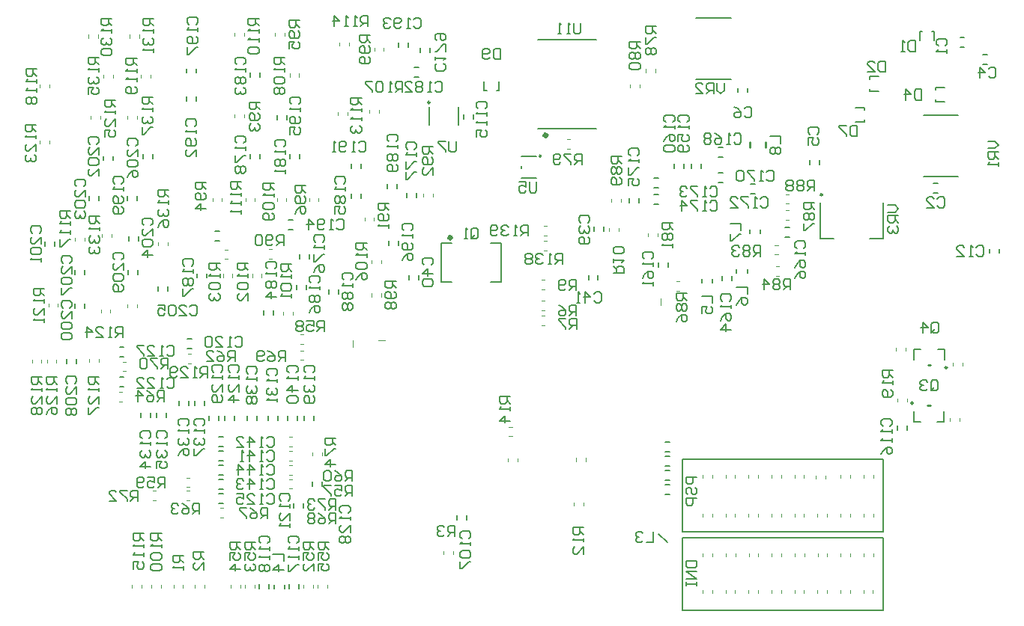
<source format=gbo>
G04 Layer_Color=32896*
%FSLAX44Y44*%
%MOMM*%
G71*
G01*
G75*
%ADD47C,0.2000*%
%ADD49C,0.2500*%
%ADD51C,0.5000*%
%ADD53C,0.1500*%
%ADD62C,0.1000*%
%ADD65C,0.2540*%
%ADD112C,0.1524*%
D47*
X1312000Y963000D02*
Y975000D01*
X1304130D02*
X1311750D01*
X1277750D02*
X1285370D01*
X1277500Y963000D02*
Y975000D01*
X1277000Y892750D02*
Y904750D01*
X1277250Y892750D02*
X1284870D01*
X1303630D02*
X1311250D01*
X1311500D02*
Y904750D01*
X852000Y1325500D02*
X918000D01*
X852500Y1224500D02*
X918000D01*
X1171500Y1100250D02*
Y1140750D01*
X1242500Y1100250D02*
Y1140750D01*
X1227000Y1100250D02*
X1242500D01*
X1171500D02*
X1187000D01*
X811000Y1051000D02*
Y1095000D01*
X799050D02*
X811000D01*
X799050Y1051000D02*
X811000D01*
X743000Y1095000D02*
X754700D01*
X743000Y1051000D02*
X754700D01*
X743000D02*
Y1095000D01*
X989000Y765500D02*
X999000Y756500D01*
X1297253Y995249D02*
Y1003247D01*
X1299252Y1005246D01*
X1303251D01*
X1305250Y1003247D01*
Y995249D01*
X1303251Y993250D01*
X1299252D01*
X1301251Y997249D02*
X1297253Y993250D01*
X1299252D02*
X1297253Y995249D01*
X1287256Y993250D02*
Y1005246D01*
X1293254Y999248D01*
X1285257D01*
X1296503Y929749D02*
Y937747D01*
X1298502Y939746D01*
X1302501D01*
X1304500Y937747D01*
Y929749D01*
X1302501Y927750D01*
X1298502D01*
X1300501Y931749D02*
X1296503Y927750D01*
X1298502D02*
X1296503Y929749D01*
X1292504Y937747D02*
X1290504Y939746D01*
X1286506D01*
X1284507Y937747D01*
Y935747D01*
X1286506Y933748D01*
X1288505D01*
X1286506D01*
X1284507Y931749D01*
Y929749D01*
X1286506Y927750D01*
X1290504D01*
X1292504Y929749D01*
X901000Y1343996D02*
Y1333999D01*
X899001Y1332000D01*
X895002D01*
X893003Y1333999D01*
Y1343996D01*
X889004Y1332000D02*
X885005D01*
X887004D01*
Y1343996D01*
X889004Y1341997D01*
X879007Y1332000D02*
X875008D01*
X877008D01*
Y1343996D01*
X879007Y1341997D01*
X841000Y1103000D02*
Y1114996D01*
X835002D01*
X833003Y1112997D01*
Y1108998D01*
X835002Y1106999D01*
X841000D01*
X837001D02*
X833003Y1103000D01*
X829004D02*
X825005D01*
X827004D01*
Y1114996D01*
X829004Y1112997D01*
X819007D02*
X817008Y1114996D01*
X813009D01*
X811010Y1112997D01*
Y1110997D01*
X813009Y1108998D01*
X815008D01*
X813009D01*
X811010Y1106999D01*
Y1104999D01*
X813009Y1103000D01*
X817008D01*
X819007Y1104999D01*
X807011D02*
X805012Y1103000D01*
X801013D01*
X799014Y1104999D01*
Y1112997D01*
X801013Y1114996D01*
X805012D01*
X807011Y1112997D01*
Y1110997D01*
X805012Y1108998D01*
X799014D01*
X880000Y1071000D02*
Y1082996D01*
X874002D01*
X872003Y1080997D01*
Y1076998D01*
X874002Y1074999D01*
X880000D01*
X876001D02*
X872003Y1071000D01*
X868004D02*
X864005D01*
X866004D01*
Y1082996D01*
X868004Y1080997D01*
X858007D02*
X856008Y1082996D01*
X852009D01*
X850010Y1080997D01*
Y1078997D01*
X852009Y1076998D01*
X854008D01*
X852009D01*
X850010Y1074999D01*
Y1072999D01*
X852009Y1071000D01*
X856008D01*
X858007Y1072999D01*
X846011Y1080997D02*
X844012Y1082996D01*
X840013D01*
X838014Y1080997D01*
Y1078997D01*
X840013Y1076998D01*
X838014Y1074999D01*
Y1072999D01*
X840013Y1071000D01*
X844012D01*
X846011Y1072999D01*
Y1074999D01*
X844012Y1076998D01*
X846011Y1078997D01*
Y1080997D01*
X844012Y1076998D02*
X840013D01*
X937500Y1061000D02*
X949496D01*
Y1066998D01*
X947497Y1068997D01*
X943498D01*
X941499Y1066998D01*
Y1061000D01*
Y1064999D02*
X937500Y1068997D01*
Y1072996D02*
Y1076995D01*
Y1074995D01*
X949496D01*
X947497Y1072996D01*
Y1082993D02*
X949496Y1084992D01*
Y1088991D01*
X947497Y1090990D01*
X939499D01*
X937500Y1088991D01*
Y1084992D01*
X939499Y1082993D01*
X947497D01*
X901003Y1118003D02*
X899004Y1120002D01*
Y1124001D01*
X901003Y1126000D01*
X909001D01*
X911000Y1124001D01*
Y1120002D01*
X909001Y1118003D01*
X901003Y1114004D02*
X899004Y1112004D01*
Y1108006D01*
X901003Y1106006D01*
X903003D01*
X905002Y1108006D01*
Y1110005D01*
Y1108006D01*
X907001Y1106006D01*
X909001D01*
X911000Y1108006D01*
Y1112004D01*
X909001Y1114004D01*
Y1102008D02*
X911000Y1100008D01*
Y1096010D01*
X909001Y1094010D01*
X901003D01*
X899004Y1096010D01*
Y1100008D01*
X901003Y1102008D01*
X903003D01*
X905002Y1100008D01*
Y1094010D01*
X904000Y772750D02*
X892004D01*
Y766752D01*
X894003Y764753D01*
X898002D01*
X900001Y766752D01*
Y772750D01*
Y768751D02*
X904000Y764753D01*
Y760754D02*
Y756755D01*
Y758755D01*
X892004D01*
X894003Y760754D01*
X904000Y742760D02*
Y750757D01*
X896003Y742760D01*
X894003D01*
X892004Y744759D01*
Y748758D01*
X894003Y750757D01*
X821250Y921250D02*
X809254D01*
Y915252D01*
X811253Y913253D01*
X815252D01*
X817251Y915252D01*
Y921250D01*
Y917251D02*
X821250Y913253D01*
Y909254D02*
Y905255D01*
Y907254D01*
X809254D01*
X811253Y909254D01*
X821250Y893259D02*
X809254D01*
X815252Y899257D01*
Y891260D01*
X895750Y1041500D02*
Y1053496D01*
X889752D01*
X887753Y1051497D01*
Y1047498D01*
X889752Y1045499D01*
X895750D01*
X891751D02*
X887753Y1041500D01*
X883754Y1043499D02*
X881755Y1041500D01*
X877756D01*
X875757Y1043499D01*
Y1051497D01*
X877756Y1053496D01*
X881755D01*
X883754Y1051497D01*
Y1049497D01*
X881755Y1047498D01*
X875757D01*
X896000Y997500D02*
Y1009496D01*
X890002D01*
X888003Y1007497D01*
Y1003498D01*
X890002Y1001499D01*
X896000D01*
X892001D02*
X888003Y997500D01*
X884004Y1009496D02*
X876006D01*
Y1007497D01*
X884004Y999499D01*
Y997500D01*
X895750Y1012750D02*
Y1024746D01*
X889752D01*
X887753Y1022747D01*
Y1018748D01*
X889752Y1016749D01*
X895750D01*
X891751D02*
X887753Y1012750D01*
X875757Y1024746D02*
X879755Y1022747D01*
X883754Y1018748D01*
Y1014749D01*
X881755Y1012750D01*
X877756D01*
X875757Y1014749D01*
Y1016749D01*
X877756Y1018748D01*
X883754D01*
X758500Y763000D02*
Y774996D01*
X752502D01*
X750503Y772997D01*
Y768998D01*
X752502Y766999D01*
X758500D01*
X754501D02*
X750503Y763000D01*
X746504Y772997D02*
X744504Y774996D01*
X740506D01*
X738506Y772997D01*
Y770997D01*
X740506Y768998D01*
X742505D01*
X740506D01*
X738506Y766999D01*
Y764999D01*
X740506Y763000D01*
X744504D01*
X746504Y764999D01*
X475000Y745000D02*
X463004D01*
Y739002D01*
X465003Y737003D01*
X469002D01*
X471001Y739002D01*
Y745000D01*
Y741001D02*
X475000Y737003D01*
Y725006D02*
Y733004D01*
X467003Y725006D01*
X465003D01*
X463004Y727006D01*
Y731004D01*
X465003Y733004D01*
X452000Y741000D02*
X440004D01*
Y735002D01*
X442003Y733003D01*
X446002D01*
X448001Y735002D01*
Y741000D01*
Y737001D02*
X452000Y733003D01*
Y729004D02*
Y725005D01*
Y727004D01*
X440004D01*
X442003Y729004D01*
X777003Y1101999D02*
Y1109997D01*
X779002Y1111996D01*
X783001D01*
X785000Y1109997D01*
Y1101999D01*
X783001Y1100000D01*
X779002D01*
X781001Y1103999D02*
X777003Y1100000D01*
X779002D02*
X777003Y1101999D01*
X773004Y1100000D02*
X769005D01*
X771004D01*
Y1111996D01*
X773004Y1109997D01*
X983000Y767996D02*
Y756000D01*
X975003D01*
X971004Y765997D02*
X969005Y767996D01*
X965006D01*
X963007Y765997D01*
Y763997D01*
X965006Y761998D01*
X967005D01*
X965006D01*
X963007Y759999D01*
Y757999D01*
X965006Y756000D01*
X969005D01*
X971004Y757999D01*
X766503Y760503D02*
X764504Y762502D01*
Y766501D01*
X766503Y768500D01*
X774501D01*
X776500Y766501D01*
Y762502D01*
X774501Y760503D01*
X776500Y756504D02*
Y752505D01*
Y754504D01*
X764504D01*
X766503Y756504D01*
Y746507D02*
X764504Y744508D01*
Y740509D01*
X766503Y738510D01*
X774501D01*
X776500Y740509D01*
Y744508D01*
X774501Y746507D01*
X766503D01*
X764504Y734511D02*
Y726514D01*
X766503D01*
X774501Y734511D01*
X776500D01*
X572003Y755003D02*
X570004Y757002D01*
Y761001D01*
X572003Y763000D01*
X580001D01*
X582000Y761001D01*
Y757002D01*
X580001Y755003D01*
X582000Y751004D02*
Y747005D01*
Y749005D01*
X570004D01*
X572003Y751004D01*
X582000Y741007D02*
Y737008D01*
Y739008D01*
X570004D01*
X572003Y741007D01*
X570004Y731010D02*
Y723013D01*
X572003D01*
X580001Y731010D01*
X582000D01*
X539003Y755003D02*
X537004Y757002D01*
Y761001D01*
X539003Y763000D01*
X547001D01*
X549000Y761001D01*
Y757002D01*
X547001Y755003D01*
X549000Y751004D02*
Y747005D01*
Y749005D01*
X537004D01*
X539003Y751004D01*
X549000Y741007D02*
Y737008D01*
Y739008D01*
X537004D01*
X539003Y741007D01*
Y731010D02*
X537004Y729011D01*
Y725012D01*
X539003Y723013D01*
X541003D01*
X543002Y725012D01*
X545001Y723013D01*
X547001D01*
X549000Y725012D01*
Y729011D01*
X547001Y731010D01*
X545001D01*
X543002Y729011D01*
X541003Y731010D01*
X539003D01*
X543002Y729011D02*
Y725012D01*
X546003Y841997D02*
X548002Y843996D01*
X552001D01*
X554000Y841997D01*
Y833999D01*
X552001Y832000D01*
X548002D01*
X546003Y833999D01*
X542004Y832000D02*
X538005D01*
X540005D01*
Y843996D01*
X542004Y841997D01*
X526009Y832000D02*
Y843996D01*
X532007Y837998D01*
X524010D01*
X514013Y832000D02*
Y843996D01*
X520011Y837998D01*
X512014D01*
X546003Y825997D02*
X548002Y827996D01*
X552001D01*
X554000Y825997D01*
Y817999D01*
X552001Y816000D01*
X548002D01*
X546003Y817999D01*
X542004Y816000D02*
X538005D01*
X540005D01*
Y827996D01*
X542004Y825997D01*
X526009Y816000D02*
Y827996D01*
X532007Y821998D01*
X524010D01*
X520011Y825997D02*
X518012Y827996D01*
X514013D01*
X512014Y825997D01*
Y823997D01*
X514013Y821998D01*
X516012D01*
X514013D01*
X512014Y819999D01*
Y817999D01*
X514013Y816000D01*
X518012D01*
X520011Y817999D01*
X546003Y873997D02*
X548002Y875996D01*
X552001D01*
X554000Y873997D01*
Y865999D01*
X552001Y864000D01*
X548002D01*
X546003Y865999D01*
X542004Y864000D02*
X538005D01*
X540005D01*
Y875996D01*
X542004Y873997D01*
X526009Y864000D02*
Y875996D01*
X532007Y869998D01*
X524010D01*
X512014Y864000D02*
X520011D01*
X512014Y871997D01*
Y873997D01*
X514013Y875996D01*
X518012D01*
X520011Y873997D01*
X546003Y857997D02*
X548002Y859996D01*
X552001D01*
X554000Y857997D01*
Y849999D01*
X552001Y848000D01*
X548002D01*
X546003Y849999D01*
X542004Y848000D02*
X538005D01*
X540005D01*
Y859996D01*
X542004Y857997D01*
X526009Y848000D02*
Y859996D01*
X532007Y853998D01*
X524010D01*
X520011Y848000D02*
X516012D01*
X518012D01*
Y859996D01*
X520011Y857997D01*
X281003Y1106003D02*
X279004Y1108002D01*
Y1112001D01*
X281003Y1114000D01*
X289001D01*
X291000Y1112001D01*
Y1108002D01*
X289001Y1106003D01*
X291000Y1094007D02*
Y1102004D01*
X283003Y1094007D01*
X281003D01*
X279004Y1096006D01*
Y1100005D01*
X281003Y1102004D01*
Y1090008D02*
X279004Y1088008D01*
Y1084010D01*
X281003Y1082010D01*
X289001D01*
X291000Y1084010D01*
Y1088008D01*
X289001Y1090008D01*
X281003D01*
X291000Y1078012D02*
Y1074013D01*
Y1076012D01*
X279004D01*
X281003Y1078012D01*
X285000Y1229000D02*
X273004D01*
Y1223002D01*
X275003Y1221003D01*
X279002D01*
X281001Y1223002D01*
Y1229000D01*
Y1225001D02*
X285000Y1221003D01*
Y1217004D02*
Y1213005D01*
Y1215005D01*
X273004D01*
X275003Y1217004D01*
X285000Y1199010D02*
Y1207007D01*
X277003Y1199010D01*
X275003D01*
X273004Y1201009D01*
Y1205008D01*
X275003Y1207007D01*
Y1195011D02*
X273004Y1193012D01*
Y1189013D01*
X275003Y1187014D01*
X277003D01*
X279002Y1189013D01*
Y1191012D01*
Y1189013D01*
X281001Y1187014D01*
X283001D01*
X285000Y1189013D01*
Y1193012D01*
X283001Y1195011D01*
X1213000Y1227996D02*
Y1216000D01*
X1207002D01*
X1205003Y1217999D01*
Y1225997D01*
X1207002Y1227996D01*
X1213000D01*
X1201004D02*
X1193007D01*
Y1225997D01*
X1201004Y1217999D01*
Y1216000D01*
X624000Y874000D02*
X612004D01*
Y868002D01*
X614003Y866003D01*
X618002D01*
X620001Y868002D01*
Y874000D01*
Y870001D02*
X624000Y866003D01*
X612004Y862004D02*
Y854007D01*
X614003D01*
X622001Y862004D01*
X624000D01*
Y844010D02*
X612004D01*
X618002Y850008D01*
Y842010D01*
X624000Y793000D02*
Y804996D01*
X618002D01*
X616003Y802997D01*
Y798998D01*
X618002Y796999D01*
X624000D01*
X620001D02*
X616003Y793000D01*
X612004Y804996D02*
X604007D01*
Y802997D01*
X612004Y794999D01*
Y793000D01*
X600008Y802997D02*
X598008Y804996D01*
X594010D01*
X592010Y802997D01*
Y800997D01*
X594010Y798998D01*
X596009D01*
X594010D01*
X592010Y796999D01*
Y794999D01*
X594010Y793000D01*
X598008D01*
X600008Y794999D01*
X400000Y803000D02*
Y814996D01*
X394002D01*
X392003Y812997D01*
Y808998D01*
X394002Y806999D01*
X400000D01*
X396001D02*
X392003Y803000D01*
X388004Y814996D02*
X380006D01*
Y812997D01*
X388004Y804999D01*
Y803000D01*
X368010D02*
X376008D01*
X368010Y810997D01*
Y812997D01*
X370010Y814996D01*
X374008D01*
X376008Y812997D01*
X434500Y952500D02*
Y964496D01*
X428502D01*
X426503Y962497D01*
Y958498D01*
X428502Y956499D01*
X434500D01*
X430501D02*
X426503Y952500D01*
X422504Y964496D02*
X414506D01*
Y962497D01*
X422504Y954499D01*
Y952500D01*
X410508Y962497D02*
X408508Y964496D01*
X404510D01*
X402510Y962497D01*
Y954499D01*
X404510Y952500D01*
X408508D01*
X410508Y954499D01*
Y962497D01*
X567000Y961000D02*
Y972996D01*
X561002D01*
X559003Y970997D01*
Y966998D01*
X561002Y964999D01*
X567000D01*
X563001D02*
X559003Y961000D01*
X547006Y972996D02*
X551005Y970997D01*
X555004Y966998D01*
Y962999D01*
X553004Y961000D01*
X549006D01*
X547006Y962999D01*
Y964999D01*
X549006Y966998D01*
X555004D01*
X543008Y962999D02*
X541008Y961000D01*
X537010D01*
X535010Y962999D01*
Y970997D01*
X537010Y972996D01*
X541008D01*
X543008Y970997D01*
Y968997D01*
X541008Y966998D01*
X535010D01*
X624000Y777000D02*
Y788996D01*
X618002D01*
X616003Y786997D01*
Y782998D01*
X618002Y780999D01*
X624000D01*
X620001D02*
X616003Y777000D01*
X604007Y788996D02*
X608005Y786997D01*
X612004Y782998D01*
Y778999D01*
X610005Y777000D01*
X606006D01*
X604007Y778999D01*
Y780999D01*
X606006Y782998D01*
X612004D01*
X600008Y786997D02*
X598008Y788996D01*
X594010D01*
X592010Y786997D01*
Y784997D01*
X594010Y782998D01*
X592010Y780999D01*
Y778999D01*
X594010Y777000D01*
X598008D01*
X600008Y778999D01*
Y780999D01*
X598008Y782998D01*
X600008Y784997D01*
Y786997D01*
X598008Y782998D02*
X594010D01*
X547000Y783000D02*
Y794996D01*
X541002D01*
X539003Y792997D01*
Y788998D01*
X541002Y786999D01*
X547000D01*
X543001D02*
X539003Y783000D01*
X527006Y794996D02*
X531005Y792997D01*
X535004Y788998D01*
Y784999D01*
X533004Y783000D01*
X529006D01*
X527006Y784999D01*
Y786999D01*
X529006Y788998D01*
X535004D01*
X523008Y794996D02*
X515010D01*
Y792997D01*
X523008Y784999D01*
Y783000D01*
X430000Y915750D02*
Y927746D01*
X424002D01*
X422003Y925747D01*
Y921748D01*
X424002Y919749D01*
X430000D01*
X426001D02*
X422003Y915750D01*
X410006Y927746D02*
X414005Y925747D01*
X418004Y921748D01*
Y917749D01*
X416004Y915750D01*
X412006D01*
X410006Y917749D01*
Y919749D01*
X412006Y921748D01*
X418004D01*
X400010Y915750D02*
Y927746D01*
X406008Y921748D01*
X398010D01*
X470000Y788000D02*
Y799996D01*
X464002D01*
X462003Y797997D01*
Y793998D01*
X464002Y791999D01*
X470000D01*
X466001D02*
X462003Y788000D01*
X450006Y799996D02*
X454005Y797997D01*
X458004Y793998D01*
Y789999D01*
X456004Y788000D01*
X452006D01*
X450006Y789999D01*
Y791999D01*
X452006Y793998D01*
X458004D01*
X446008Y797997D02*
X444008Y799996D01*
X440010D01*
X438010Y797997D01*
Y795997D01*
X440010Y793998D01*
X442009D01*
X440010D01*
X438010Y791999D01*
Y789999D01*
X440010Y788000D01*
X444008D01*
X446008Y789999D01*
X510000Y961000D02*
Y972996D01*
X504002D01*
X502003Y970997D01*
Y966998D01*
X504002Y964999D01*
X510000D01*
X506001D02*
X502003Y961000D01*
X490006Y972996D02*
X494005Y970997D01*
X498004Y966998D01*
Y962999D01*
X496004Y961000D01*
X492006D01*
X490006Y962999D01*
Y964999D01*
X492006Y966998D01*
X498004D01*
X478010Y961000D02*
X486008D01*
X478010Y968997D01*
Y970997D01*
X480010Y972996D01*
X484008D01*
X486008Y970997D01*
X642500Y825250D02*
Y837246D01*
X636502D01*
X634503Y835247D01*
Y831248D01*
X636502Y829249D01*
X642500D01*
X638501D02*
X634503Y825250D01*
X622506Y837246D02*
X626505Y835247D01*
X630504Y831248D01*
Y827249D01*
X628504Y825250D01*
X624506D01*
X622506Y827249D01*
Y829249D01*
X624506Y831248D01*
X630504D01*
X618508Y835247D02*
X616508Y837246D01*
X612510D01*
X610510Y835247D01*
Y827249D01*
X612510Y825250D01*
X616508D01*
X618508Y827249D01*
Y835247D01*
X431000Y818000D02*
Y829996D01*
X425002D01*
X423003Y827997D01*
Y823998D01*
X425002Y821999D01*
X431000D01*
X427001D02*
X423003Y818000D01*
X411007Y829996D02*
X419004D01*
Y823998D01*
X415005Y825997D01*
X413006D01*
X411007Y823998D01*
Y819999D01*
X413006Y818000D01*
X417005D01*
X419004Y819999D01*
X407008D02*
X405008Y818000D01*
X401010D01*
X399010Y819999D01*
Y827997D01*
X401010Y829996D01*
X405008D01*
X407008Y827997D01*
Y825997D01*
X405008Y823998D01*
X399010D01*
X611000Y995000D02*
Y1006996D01*
X605002D01*
X603003Y1004997D01*
Y1000998D01*
X605002Y998999D01*
X611000D01*
X607001D02*
X603003Y995000D01*
X591007Y1006996D02*
X599004D01*
Y1000998D01*
X595005Y1002997D01*
X593006D01*
X591007Y1000998D01*
Y996999D01*
X593006Y995000D01*
X597005D01*
X599004Y996999D01*
X587008Y1004997D02*
X585008Y1006996D01*
X581010D01*
X579010Y1004997D01*
Y1002997D01*
X581010Y1000998D01*
X579010Y998999D01*
Y996999D01*
X581010Y995000D01*
X585008D01*
X587008Y996999D01*
Y998999D01*
X585008Y1000998D01*
X587008Y1002997D01*
Y1004997D01*
X585008Y1000998D02*
X581010D01*
X642500Y808500D02*
Y820496D01*
X636502D01*
X634503Y818497D01*
Y814498D01*
X636502Y812499D01*
X642500D01*
X638501D02*
X634503Y808500D01*
X622506Y820496D02*
X630504D01*
Y814498D01*
X626505Y816497D01*
X624506D01*
X622506Y814498D01*
Y810499D01*
X624506Y808500D01*
X628504D01*
X630504Y810499D01*
X618508Y820496D02*
X610510D01*
Y818497D01*
X618508Y810499D01*
Y808500D01*
X571003Y948003D02*
X569004Y950002D01*
Y954001D01*
X571003Y956000D01*
X579001D01*
X581000Y954001D01*
Y950002D01*
X579001Y948003D01*
X581000Y944004D02*
Y940005D01*
Y942004D01*
X569004D01*
X571003Y944004D01*
X581000Y928009D02*
X569004D01*
X575002Y934007D01*
Y926010D01*
X571003Y922011D02*
X569004Y920012D01*
Y916013D01*
X571003Y914014D01*
X579001D01*
X581000Y916013D01*
Y920012D01*
X579001Y922011D01*
X571003D01*
X590003Y948003D02*
X588004Y950002D01*
Y954001D01*
X590003Y956000D01*
X598001D01*
X600000Y954001D01*
Y950002D01*
X598001Y948003D01*
X600000Y944004D02*
Y940005D01*
Y942004D01*
X588004D01*
X590003Y944004D01*
Y934007D02*
X588004Y932008D01*
Y928009D01*
X590003Y926010D01*
X592003D01*
X594002Y928009D01*
Y930008D01*
Y928009D01*
X596001Y926010D01*
X598001D01*
X600000Y928009D01*
Y932008D01*
X598001Y934007D01*
Y922011D02*
X600000Y920012D01*
Y916013D01*
X598001Y914014D01*
X590003D01*
X588004Y916013D01*
Y920012D01*
X590003Y922011D01*
X592003D01*
X594002Y920012D01*
Y914014D01*
X525003Y947003D02*
X523004Y949002D01*
Y953001D01*
X525003Y955000D01*
X533001D01*
X535000Y953001D01*
Y949002D01*
X533001Y947003D01*
X535000Y943004D02*
Y939005D01*
Y941004D01*
X523004D01*
X525003Y943004D01*
Y933007D02*
X523004Y931008D01*
Y927009D01*
X525003Y925010D01*
X527003D01*
X529002Y927009D01*
Y929008D01*
Y927009D01*
X531001Y925010D01*
X533001D01*
X535000Y927009D01*
Y931008D01*
X533001Y933007D01*
X525003Y921011D02*
X523004Y919012D01*
Y915013D01*
X525003Y913014D01*
X527003D01*
X529002Y915013D01*
X531001Y913014D01*
X533001D01*
X535000Y915013D01*
Y919012D01*
X533001Y921011D01*
X531001D01*
X529002Y919012D01*
X527003Y921011D01*
X525003D01*
X529002Y919012D02*
Y915013D01*
X466003Y888003D02*
X464004Y890002D01*
Y894001D01*
X466003Y896000D01*
X474001D01*
X476000Y894001D01*
Y890002D01*
X474001Y888003D01*
X476000Y884004D02*
Y880005D01*
Y882004D01*
X464004D01*
X466003Y884004D01*
Y874007D02*
X464004Y872008D01*
Y868009D01*
X466003Y866010D01*
X468003D01*
X470002Y868009D01*
Y870008D01*
Y868009D01*
X472001Y866010D01*
X474001D01*
X476000Y868009D01*
Y872008D01*
X474001Y874007D01*
X464004Y862011D02*
Y854014D01*
X466003D01*
X474001Y862011D01*
X476000D01*
X448003Y888003D02*
X446004Y890002D01*
Y894001D01*
X448003Y896000D01*
X456001D01*
X458000Y894001D01*
Y890002D01*
X456001Y888003D01*
X458000Y884004D02*
Y880005D01*
Y882004D01*
X446004D01*
X448003Y884004D01*
Y874007D02*
X446004Y872008D01*
Y868009D01*
X448003Y866010D01*
X450003D01*
X452002Y868009D01*
Y870008D01*
Y868009D01*
X454001Y866010D01*
X456001D01*
X458000Y868009D01*
Y872008D01*
X456001Y874007D01*
X446004Y854014D02*
X448003Y858012D01*
X452002Y862011D01*
X456001D01*
X458000Y860012D01*
Y856013D01*
X456001Y854014D01*
X454001D01*
X452002Y856013D01*
Y862011D01*
X423003Y874003D02*
X421004Y876002D01*
Y880001D01*
X423003Y882000D01*
X431001D01*
X433000Y880001D01*
Y876002D01*
X431001Y874003D01*
X433000Y870004D02*
Y866005D01*
Y868005D01*
X421004D01*
X423003Y870004D01*
Y860007D02*
X421004Y858008D01*
Y854009D01*
X423003Y852010D01*
X425003D01*
X427002Y854009D01*
Y856008D01*
Y854009D01*
X429001Y852010D01*
X431001D01*
X433000Y854009D01*
Y858008D01*
X431001Y860007D01*
X421004Y840014D02*
Y848011D01*
X427002D01*
X425003Y844012D01*
Y842013D01*
X427002Y840014D01*
X431001D01*
X433000Y842013D01*
Y846012D01*
X431001Y848011D01*
X405003Y874003D02*
X403004Y876002D01*
Y880001D01*
X405003Y882000D01*
X413001D01*
X415000Y880001D01*
Y876002D01*
X413001Y874003D01*
X415000Y870004D02*
Y866005D01*
Y868005D01*
X403004D01*
X405003Y870004D01*
Y860007D02*
X403004Y858008D01*
Y854009D01*
X405003Y852010D01*
X407003D01*
X409002Y854009D01*
Y856008D01*
Y854009D01*
X411001Y852010D01*
X413001D01*
X415000Y854009D01*
Y858008D01*
X413001Y860007D01*
X415000Y842013D02*
X403004D01*
X409002Y848011D01*
Y840014D01*
X548003Y945003D02*
X546004Y947002D01*
Y951001D01*
X548003Y953000D01*
X556001D01*
X558000Y951001D01*
Y947002D01*
X556001Y945003D01*
X558000Y941004D02*
Y937005D01*
Y939005D01*
X546004D01*
X548003Y941004D01*
Y931007D02*
X546004Y929008D01*
Y925009D01*
X548003Y923010D01*
X550003D01*
X552002Y925009D01*
Y927008D01*
Y925009D01*
X554001Y923010D01*
X556001D01*
X558000Y925009D01*
Y929008D01*
X556001Y931007D01*
X558000Y919011D02*
Y915012D01*
Y917012D01*
X546004D01*
X548003Y919011D01*
X486003Y948753D02*
X484004Y950752D01*
Y954751D01*
X486003Y956750D01*
X494001D01*
X496000Y954751D01*
Y950752D01*
X494001Y948753D01*
X496000Y944754D02*
Y940755D01*
Y942755D01*
X484004D01*
X486003Y944754D01*
X496000Y926760D02*
Y934757D01*
X488003Y926760D01*
X486003D01*
X484004Y928759D01*
Y932758D01*
X486003Y934757D01*
X494001Y922761D02*
X496000Y920762D01*
Y916763D01*
X494001Y914764D01*
X486003D01*
X484004Y916763D01*
Y920762D01*
X486003Y922761D01*
X488003D01*
X490002Y920762D01*
Y914764D01*
X433003Y976997D02*
X435002Y978996D01*
X439001D01*
X441000Y976997D01*
Y968999D01*
X439001Y967000D01*
X435002D01*
X433003Y968999D01*
X429004Y967000D02*
X425005D01*
X427005D01*
Y978996D01*
X429004Y976997D01*
X411010Y967000D02*
X419007D01*
X411010Y974997D01*
Y976997D01*
X413009Y978996D01*
X417008D01*
X419007Y976997D01*
X407011Y978996D02*
X399014D01*
Y976997D01*
X407011Y968999D01*
Y967000D01*
X546003Y808997D02*
X548002Y810996D01*
X552001D01*
X554000Y808997D01*
Y800999D01*
X552001Y799000D01*
X548002D01*
X546003Y800999D01*
X542004Y799000D02*
X538005D01*
X540005D01*
Y810996D01*
X542004Y808997D01*
X524010Y799000D02*
X532007D01*
X524010Y806997D01*
Y808997D01*
X526009Y810996D01*
X530008D01*
X532007Y808997D01*
X512014Y810996D02*
X520011D01*
Y804998D01*
X516012Y806997D01*
X514013D01*
X512014Y804998D01*
Y800999D01*
X514013Y799000D01*
X518012D01*
X520011Y800999D01*
X504503Y948753D02*
X502504Y950752D01*
Y954751D01*
X504503Y956750D01*
X512501D01*
X514500Y954751D01*
Y950752D01*
X512501Y948753D01*
X514500Y944754D02*
Y940755D01*
Y942755D01*
X502504D01*
X504503Y944754D01*
X514500Y926760D02*
Y934757D01*
X506503Y926760D01*
X504503D01*
X502504Y928759D01*
Y932758D01*
X504503Y934757D01*
X514500Y916763D02*
X502504D01*
X508502Y922761D01*
Y914764D01*
X433253Y940497D02*
X435252Y942496D01*
X439251D01*
X441250Y940497D01*
Y932499D01*
X439251Y930500D01*
X435252D01*
X433253Y932499D01*
X429254Y930500D02*
X425255D01*
X427254D01*
Y942496D01*
X429254Y940497D01*
X411260Y930500D02*
X419257D01*
X411260Y938497D01*
Y940497D01*
X413259Y942496D01*
X417258D01*
X419257Y940497D01*
X399264Y930500D02*
X407261D01*
X399264Y938497D01*
Y940497D01*
X401263Y942496D01*
X405262D01*
X407261Y940497D01*
X562003Y803003D02*
X560004Y805002D01*
Y809001D01*
X562003Y811000D01*
X570001D01*
X572000Y809001D01*
Y805002D01*
X570001Y803003D01*
X572000Y799004D02*
Y795005D01*
Y797004D01*
X560004D01*
X562003Y799004D01*
X572000Y781010D02*
Y789007D01*
X564003Y781010D01*
X562003D01*
X560004Y783009D01*
Y787008D01*
X562003Y789007D01*
X572000Y777011D02*
Y773012D01*
Y775012D01*
X560004D01*
X562003Y777011D01*
X510003Y986997D02*
X512002Y988996D01*
X516001D01*
X518000Y986997D01*
Y978999D01*
X516001Y977000D01*
X512002D01*
X510003Y978999D01*
X506004Y977000D02*
X502005D01*
X504005D01*
Y988996D01*
X506004Y986997D01*
X488010Y977000D02*
X496007D01*
X488010Y984997D01*
Y986997D01*
X490009Y988996D01*
X494008D01*
X496007Y986997D01*
X484011D02*
X482012Y988996D01*
X478013D01*
X476014Y986997D01*
Y978999D01*
X478013Y977000D01*
X482012D01*
X484011Y978999D01*
Y986997D01*
X1286008Y1268996D02*
Y1257000D01*
X1280010D01*
X1278011Y1258999D01*
Y1266997D01*
X1280010Y1268996D01*
X1286008D01*
X1268014Y1257000D02*
Y1268996D01*
X1274012Y1262998D01*
X1266014D01*
X1245000Y1300996D02*
Y1289000D01*
X1239002D01*
X1237003Y1290999D01*
Y1298997D01*
X1239002Y1300996D01*
X1245000D01*
X1225006Y1289000D02*
X1233004D01*
X1225006Y1296997D01*
Y1298997D01*
X1227006Y1300996D01*
X1231004D01*
X1233004Y1298997D01*
X1279000Y1323996D02*
Y1312000D01*
X1273002D01*
X1271003Y1313999D01*
Y1321997D01*
X1273002Y1323996D01*
X1279000D01*
X1267004Y1312000D02*
X1263005D01*
X1265005D01*
Y1323996D01*
X1267004Y1321997D01*
X1348003Y1089997D02*
X1350002Y1091996D01*
X1354001D01*
X1356000Y1089997D01*
Y1081999D01*
X1354001Y1080000D01*
X1350002D01*
X1348003Y1081999D01*
X1344004Y1080000D02*
X1340005D01*
X1342005D01*
Y1091996D01*
X1344004Y1089997D01*
X1326010Y1080000D02*
X1334007D01*
X1326010Y1087997D01*
Y1089997D01*
X1328009Y1091996D01*
X1332008D01*
X1334007Y1089997D01*
X1086003Y1246997D02*
X1088002Y1248996D01*
X1092001D01*
X1094000Y1246997D01*
Y1238999D01*
X1092001Y1237000D01*
X1088002D01*
X1086003Y1238999D01*
X1074007Y1248996D02*
X1078005Y1246997D01*
X1082004Y1242998D01*
Y1238999D01*
X1080005Y1237000D01*
X1076006D01*
X1074007Y1238999D01*
Y1240999D01*
X1076006Y1242998D01*
X1082004D01*
X1160003Y1218003D02*
X1158004Y1220002D01*
Y1224001D01*
X1160003Y1226000D01*
X1168001D01*
X1170000Y1224001D01*
Y1220002D01*
X1168001Y1218003D01*
X1158004Y1206006D02*
Y1214004D01*
X1164002D01*
X1162003Y1210005D01*
Y1208006D01*
X1164002Y1206006D01*
X1168001D01*
X1170000Y1208006D01*
Y1212004D01*
X1168001Y1214004D01*
X1362003Y1291997D02*
X1364002Y1293996D01*
X1368001D01*
X1370000Y1291997D01*
Y1283999D01*
X1368001Y1282000D01*
X1364002D01*
X1362003Y1283999D01*
X1352006Y1282000D02*
Y1293996D01*
X1358004Y1287998D01*
X1350007D01*
X1304003Y1144997D02*
X1306002Y1146996D01*
X1310001D01*
X1312000Y1144997D01*
Y1136999D01*
X1310001Y1135000D01*
X1306002D01*
X1304003Y1136999D01*
X1292007Y1135000D02*
X1300004D01*
X1292007Y1142997D01*
Y1144997D01*
X1294006Y1146996D01*
X1298004D01*
X1300004Y1144997D01*
X1305003Y1318003D02*
X1303004Y1320002D01*
Y1324001D01*
X1305003Y1326000D01*
X1313001D01*
X1315000Y1324001D01*
Y1320002D01*
X1313001Y1318003D01*
X1315000Y1314004D02*
Y1310005D01*
Y1312005D01*
X1303004D01*
X1305003Y1314004D01*
X810000Y1314996D02*
Y1303000D01*
X804002D01*
X802003Y1304999D01*
Y1312997D01*
X804002Y1314996D01*
X810000D01*
X798004Y1304999D02*
X796004Y1303000D01*
X792006D01*
X790006Y1304999D01*
Y1312997D01*
X792006Y1314996D01*
X796004D01*
X798004Y1312997D01*
Y1310997D01*
X796004Y1308998D01*
X790006D01*
X986000Y1340000D02*
X974004D01*
Y1334002D01*
X976003Y1332003D01*
X980002D01*
X982001Y1334002D01*
Y1340000D01*
Y1336001D02*
X986000Y1332003D01*
X974004Y1328004D02*
Y1320007D01*
X976003D01*
X984001Y1328004D01*
X986000D01*
X976003Y1316008D02*
X974004Y1314008D01*
Y1310010D01*
X976003Y1308010D01*
X978003D01*
X980002Y1310010D01*
X982001Y1308010D01*
X984001D01*
X986000Y1310010D01*
Y1314008D01*
X984001Y1316008D01*
X982001D01*
X980002Y1314008D01*
X978003Y1316008D01*
X976003D01*
X980002Y1314008D02*
Y1310010D01*
X902000Y1184000D02*
Y1195996D01*
X896002D01*
X894003Y1193997D01*
Y1189998D01*
X896002Y1187999D01*
X902000D01*
X898001D02*
X894003Y1184000D01*
X890004Y1195996D02*
X882007D01*
Y1193997D01*
X890004Y1185999D01*
Y1184000D01*
X878008Y1185999D02*
X876008Y1184000D01*
X872010D01*
X870010Y1185999D01*
Y1193997D01*
X872010Y1195996D01*
X876008D01*
X878008Y1193997D01*
Y1191997D01*
X876008Y1189998D01*
X870010D01*
X968000Y1323000D02*
X956004D01*
Y1317002D01*
X958003Y1315003D01*
X962002D01*
X964001Y1317002D01*
Y1323000D01*
Y1319001D02*
X968000Y1315003D01*
X958003Y1311004D02*
X956004Y1309005D01*
Y1305006D01*
X958003Y1303006D01*
X960003D01*
X962002Y1305006D01*
X964001Y1303006D01*
X966001D01*
X968000Y1305006D01*
Y1309005D01*
X966001Y1311004D01*
X964001D01*
X962002Y1309005D01*
X960003Y1311004D01*
X958003D01*
X962002Y1309005D02*
Y1305006D01*
X958003Y1299008D02*
X956004Y1297008D01*
Y1293010D01*
X958003Y1291010D01*
X966001D01*
X968000Y1293010D01*
Y1297008D01*
X966001Y1299008D01*
X958003D01*
X601003Y1096003D02*
X599004Y1098002D01*
Y1102001D01*
X601003Y1104000D01*
X609001D01*
X611000Y1102001D01*
Y1098002D01*
X609001Y1096003D01*
X611000Y1092004D02*
Y1088005D01*
Y1090005D01*
X599004D01*
X601003Y1092004D01*
X599004Y1082007D02*
Y1074010D01*
X601003D01*
X609001Y1082007D01*
X611000D01*
X599004Y1062014D02*
X601003Y1066012D01*
X605002Y1070011D01*
X609001D01*
X611000Y1068012D01*
Y1064013D01*
X609001Y1062014D01*
X607001D01*
X605002Y1064013D01*
Y1070011D01*
X705003Y1201003D02*
X703004Y1203002D01*
Y1207001D01*
X705003Y1209000D01*
X713001D01*
X715000Y1207001D01*
Y1203002D01*
X713001Y1201003D01*
X715000Y1197004D02*
Y1193005D01*
Y1195005D01*
X703004D01*
X705003Y1197004D01*
X703004Y1187007D02*
Y1179010D01*
X705003D01*
X713001Y1187007D01*
X715000D01*
X703004Y1175011D02*
Y1167013D01*
X705003D01*
X713001Y1175011D01*
X715000D01*
X512003Y1208003D02*
X510004Y1210002D01*
Y1214001D01*
X512003Y1216000D01*
X520001D01*
X522000Y1214001D01*
Y1210002D01*
X520001Y1208003D01*
X522000Y1204004D02*
Y1200005D01*
Y1202004D01*
X510004D01*
X512003Y1204004D01*
X510004Y1194007D02*
Y1186010D01*
X512003D01*
X520001Y1194007D01*
X522000D01*
X512003Y1182011D02*
X510004Y1180012D01*
Y1176013D01*
X512003Y1174014D01*
X514003D01*
X516002Y1176013D01*
X518001Y1174014D01*
X520001D01*
X522000Y1176013D01*
Y1180012D01*
X520001Y1182011D01*
X518001D01*
X516002Y1180012D01*
X514003Y1182011D01*
X512003D01*
X516002Y1180012D02*
Y1176013D01*
X745997Y1297997D02*
X747996Y1295998D01*
Y1291999D01*
X745997Y1290000D01*
X737999D01*
X736000Y1291999D01*
Y1295998D01*
X737999Y1297997D01*
X736000Y1301996D02*
Y1305995D01*
Y1303996D01*
X747996D01*
X745997Y1301996D01*
X747996Y1311993D02*
Y1319990D01*
X745997D01*
X737999Y1311993D01*
X736000D01*
X737999Y1323989D02*
X736000Y1325988D01*
Y1329987D01*
X737999Y1331986D01*
X745997D01*
X747996Y1329987D01*
Y1325988D01*
X745997Y1323989D01*
X743997D01*
X741998Y1325988D01*
Y1331986D01*
X557003Y1204003D02*
X555004Y1206002D01*
Y1210001D01*
X557003Y1212000D01*
X565001D01*
X567000Y1210001D01*
Y1206002D01*
X565001Y1204003D01*
X567000Y1200004D02*
Y1196005D01*
Y1198005D01*
X555004D01*
X557003Y1200004D01*
Y1190007D02*
X555004Y1188008D01*
Y1184009D01*
X557003Y1182010D01*
X559003D01*
X561002Y1184009D01*
X563001Y1182010D01*
X565001D01*
X567000Y1184009D01*
Y1188008D01*
X565001Y1190007D01*
X563001D01*
X561002Y1188008D01*
X559003Y1190007D01*
X557003D01*
X561002Y1188008D02*
Y1184009D01*
X567000Y1178011D02*
Y1174012D01*
Y1176012D01*
X555004D01*
X557003Y1178011D01*
X736253Y1275747D02*
X738252Y1277746D01*
X742251D01*
X744250Y1275747D01*
Y1267749D01*
X742251Y1265750D01*
X738252D01*
X736253Y1267749D01*
X732254Y1265750D02*
X728255D01*
X730255D01*
Y1277746D01*
X732254Y1275747D01*
X722257D02*
X720258Y1277746D01*
X716259D01*
X714260Y1275747D01*
Y1273747D01*
X716259Y1271748D01*
X714260Y1269749D01*
Y1267749D01*
X716259Y1265750D01*
X720258D01*
X722257Y1267749D01*
Y1269749D01*
X720258Y1271748D01*
X722257Y1273747D01*
Y1275747D01*
X720258Y1271748D02*
X716259D01*
X702264Y1265750D02*
X710261D01*
X702264Y1273747D01*
Y1275747D01*
X704263Y1277746D01*
X708262D01*
X710261Y1275747D01*
X512003Y1297003D02*
X510004Y1299002D01*
Y1303001D01*
X512003Y1305000D01*
X520001D01*
X522000Y1303001D01*
Y1299002D01*
X520001Y1297003D01*
X522000Y1293004D02*
Y1289005D01*
Y1291004D01*
X510004D01*
X512003Y1293004D01*
Y1283007D02*
X510004Y1281008D01*
Y1277009D01*
X512003Y1275010D01*
X514003D01*
X516002Y1277009D01*
X518001Y1275010D01*
X520001D01*
X522000Y1277009D01*
Y1281008D01*
X520001Y1283007D01*
X518001D01*
X516002Y1281008D01*
X514003Y1283007D01*
X512003D01*
X516002Y1281008D02*
Y1277009D01*
X512003Y1271011D02*
X510004Y1269012D01*
Y1265013D01*
X512003Y1263014D01*
X514003D01*
X516002Y1265013D01*
Y1267012D01*
Y1265013D01*
X518001Y1263014D01*
X520001D01*
X522000Y1265013D01*
Y1269012D01*
X520001Y1271011D01*
X547003Y1066003D02*
X545004Y1068002D01*
Y1072001D01*
X547003Y1074000D01*
X555001D01*
X557000Y1072001D01*
Y1068002D01*
X555001Y1066003D01*
X557000Y1062004D02*
Y1058005D01*
Y1060005D01*
X545004D01*
X547003Y1062004D01*
Y1052007D02*
X545004Y1050008D01*
Y1046009D01*
X547003Y1044010D01*
X549003D01*
X551002Y1046009D01*
X553001Y1044010D01*
X555001D01*
X557000Y1046009D01*
Y1050008D01*
X555001Y1052007D01*
X553001D01*
X551002Y1050008D01*
X549003Y1052007D01*
X547003D01*
X551002Y1050008D02*
Y1046009D01*
X557000Y1034013D02*
X545004D01*
X551002Y1040011D01*
Y1032014D01*
X625003Y1162003D02*
X623004Y1164002D01*
Y1168001D01*
X625003Y1170000D01*
X633001D01*
X635000Y1168001D01*
Y1164002D01*
X633001Y1162003D01*
X635000Y1158004D02*
Y1154005D01*
Y1156004D01*
X623004D01*
X625003Y1158004D01*
Y1148007D02*
X623004Y1146008D01*
Y1142009D01*
X625003Y1140010D01*
X627003D01*
X629002Y1142009D01*
X631001Y1140010D01*
X633001D01*
X635000Y1142009D01*
Y1146008D01*
X633001Y1148007D01*
X631001D01*
X629002Y1146008D01*
X627003Y1148007D01*
X625003D01*
X629002Y1146008D02*
Y1142009D01*
X623004Y1128014D02*
Y1136011D01*
X629002D01*
X627003Y1132012D01*
Y1130013D01*
X629002Y1128014D01*
X633001D01*
X635000Y1130013D01*
Y1134012D01*
X633001Y1136011D01*
X596003Y1050003D02*
X594004Y1052002D01*
Y1056001D01*
X596003Y1058000D01*
X604001D01*
X606000Y1056001D01*
Y1052002D01*
X604001Y1050003D01*
X606000Y1046004D02*
Y1042005D01*
Y1044005D01*
X594004D01*
X596003Y1046004D01*
Y1036007D02*
X594004Y1034008D01*
Y1030009D01*
X596003Y1028010D01*
X598003D01*
X600002Y1030009D01*
X602001Y1028010D01*
X604001D01*
X606000Y1030009D01*
Y1034008D01*
X604001Y1036007D01*
X602001D01*
X600002Y1034008D01*
X598003Y1036007D01*
X596003D01*
X600002Y1034008D02*
Y1030009D01*
X594004Y1016014D02*
X596003Y1020012D01*
X600002Y1024011D01*
X604001D01*
X606000Y1022012D01*
Y1018013D01*
X604001Y1016014D01*
X602001D01*
X600002Y1018013D01*
Y1024011D01*
X453003Y1069003D02*
X451004Y1071002D01*
Y1075001D01*
X453003Y1077000D01*
X461001D01*
X463000Y1075001D01*
Y1071002D01*
X461001Y1069003D01*
X463000Y1065004D02*
Y1061005D01*
Y1063005D01*
X451004D01*
X453003Y1065004D01*
Y1055007D02*
X451004Y1053008D01*
Y1049009D01*
X453003Y1047010D01*
X455003D01*
X457002Y1049009D01*
X459001Y1047010D01*
X461001D01*
X463000Y1049009D01*
Y1053008D01*
X461001Y1055007D01*
X459001D01*
X457002Y1053008D01*
X455003Y1055007D01*
X453003D01*
X457002Y1053008D02*
Y1049009D01*
X451004Y1043011D02*
Y1035014D01*
X453003D01*
X461001Y1043011D01*
X463000D01*
X633003Y1053003D02*
X631004Y1055002D01*
Y1059001D01*
X633003Y1061000D01*
X641001D01*
X643000Y1059001D01*
Y1055002D01*
X641001Y1053003D01*
X643000Y1049004D02*
Y1045005D01*
Y1047004D01*
X631004D01*
X633003Y1049004D01*
Y1039007D02*
X631004Y1037008D01*
Y1033009D01*
X633003Y1031010D01*
X635003D01*
X637002Y1033009D01*
X639001Y1031010D01*
X641001D01*
X643000Y1033009D01*
Y1037008D01*
X641001Y1039007D01*
X639001D01*
X637002Y1037008D01*
X635003Y1039007D01*
X633003D01*
X637002Y1037008D02*
Y1033009D01*
X633003Y1027011D02*
X631004Y1025012D01*
Y1021013D01*
X633003Y1019014D01*
X635003D01*
X637002Y1021013D01*
X639001Y1019014D01*
X641001D01*
X643000Y1021013D01*
Y1025012D01*
X641001Y1027011D01*
X639001D01*
X637002Y1025012D01*
X635003Y1027011D01*
X633003D01*
X637002Y1025012D02*
Y1021013D01*
X684003Y1210003D02*
X682004Y1212002D01*
Y1216001D01*
X684003Y1218000D01*
X692001D01*
X694000Y1216001D01*
Y1212002D01*
X692001Y1210003D01*
X694000Y1206004D02*
Y1202005D01*
Y1204005D01*
X682004D01*
X684003Y1206004D01*
Y1196007D02*
X682004Y1194008D01*
Y1190009D01*
X684003Y1188010D01*
X686003D01*
X688002Y1190009D01*
X690001Y1188010D01*
X692001D01*
X694000Y1190009D01*
Y1194008D01*
X692001Y1196007D01*
X690001D01*
X688002Y1194008D01*
X686003Y1196007D01*
X684003D01*
X688002Y1194008D02*
Y1190009D01*
X692001Y1184011D02*
X694000Y1182012D01*
Y1178013D01*
X692001Y1176014D01*
X684003D01*
X682004Y1178013D01*
Y1182012D01*
X684003Y1184011D01*
X686003D01*
X688002Y1182012D01*
Y1176014D01*
X650003Y1207997D02*
X652002Y1209996D01*
X656001D01*
X658000Y1207997D01*
Y1199999D01*
X656001Y1198000D01*
X652002D01*
X650003Y1199999D01*
X646004Y1198000D02*
X642005D01*
X644005D01*
Y1209996D01*
X646004Y1207997D01*
X636007Y1199999D02*
X634008Y1198000D01*
X630009D01*
X628010Y1199999D01*
Y1207997D01*
X630009Y1209996D01*
X634008D01*
X636007Y1207997D01*
Y1205997D01*
X634008Y1203998D01*
X628010D01*
X624011Y1198000D02*
X620012D01*
X622012D01*
Y1209996D01*
X624011Y1207997D01*
X456503Y1227003D02*
X454504Y1229002D01*
Y1233001D01*
X456503Y1235000D01*
X464501D01*
X466500Y1233001D01*
Y1229002D01*
X464501Y1227003D01*
X466500Y1223004D02*
Y1219005D01*
Y1221004D01*
X454504D01*
X456503Y1223004D01*
X464501Y1213007D02*
X466500Y1211008D01*
Y1207009D01*
X464501Y1205010D01*
X456503D01*
X454504Y1207009D01*
Y1211008D01*
X456503Y1213007D01*
X458503D01*
X460502Y1211008D01*
Y1205010D01*
X466500Y1193014D02*
Y1201011D01*
X458503Y1193014D01*
X456503D01*
X454504Y1195013D01*
Y1199012D01*
X456503Y1201011D01*
X712003Y1347997D02*
X714002Y1349996D01*
X718001D01*
X720000Y1347997D01*
Y1339999D01*
X718001Y1338000D01*
X714002D01*
X712003Y1339999D01*
X708004Y1338000D02*
X704005D01*
X706004D01*
Y1349996D01*
X708004Y1347997D01*
X698007Y1339999D02*
X696008Y1338000D01*
X692009D01*
X690010Y1339999D01*
Y1347997D01*
X692009Y1349996D01*
X696008D01*
X698007Y1347997D01*
Y1345997D01*
X696008Y1343998D01*
X690010D01*
X686011Y1347997D02*
X684012Y1349996D01*
X680013D01*
X678014Y1347997D01*
Y1345997D01*
X680013Y1343998D01*
X682012D01*
X680013D01*
X678014Y1341999D01*
Y1339999D01*
X680013Y1338000D01*
X684012D01*
X686011Y1339999D01*
X625003Y1119997D02*
X627002Y1121996D01*
X631001D01*
X633000Y1119997D01*
Y1111999D01*
X631001Y1110000D01*
X627002D01*
X625003Y1111999D01*
X621004Y1110000D02*
X617005D01*
X619005D01*
Y1121996D01*
X621004Y1119997D01*
X611007Y1111999D02*
X609008Y1110000D01*
X605009D01*
X603010Y1111999D01*
Y1119997D01*
X605009Y1121996D01*
X609008D01*
X611007Y1119997D01*
Y1117997D01*
X609008Y1115998D01*
X603010D01*
X593013Y1110000D02*
Y1121996D01*
X599011Y1115998D01*
X591014D01*
X574003Y1252003D02*
X572004Y1254002D01*
Y1258001D01*
X574003Y1260000D01*
X582001D01*
X584000Y1258001D01*
Y1254002D01*
X582001Y1252003D01*
X584000Y1248004D02*
Y1244005D01*
Y1246004D01*
X572004D01*
X574003Y1248004D01*
X582001Y1238007D02*
X584000Y1236008D01*
Y1232009D01*
X582001Y1230010D01*
X574003D01*
X572004Y1232009D01*
Y1236008D01*
X574003Y1238007D01*
X576003D01*
X578002Y1236008D01*
Y1230010D01*
X572004Y1218014D02*
Y1226011D01*
X578002D01*
X576003Y1222012D01*
Y1220013D01*
X578002Y1218014D01*
X582001D01*
X584000Y1220013D01*
Y1224012D01*
X582001Y1226011D01*
X701003Y1109003D02*
X699004Y1111002D01*
Y1115001D01*
X701003Y1117000D01*
X709001D01*
X711000Y1115001D01*
Y1111002D01*
X709001Y1109003D01*
X711000Y1105004D02*
Y1101005D01*
Y1103005D01*
X699004D01*
X701003Y1105004D01*
X709001Y1095007D02*
X711000Y1093008D01*
Y1089009D01*
X709001Y1087010D01*
X701003D01*
X699004Y1089009D01*
Y1093008D01*
X701003Y1095007D01*
X703003D01*
X705002Y1093008D01*
Y1087010D01*
X699004Y1075014D02*
X701003Y1079012D01*
X705002Y1083011D01*
X709001D01*
X711000Y1081012D01*
Y1077013D01*
X709001Y1075014D01*
X707001D01*
X705002Y1077013D01*
Y1083011D01*
X458003Y1342503D02*
X456004Y1344502D01*
Y1348501D01*
X458003Y1350500D01*
X466001D01*
X468000Y1348501D01*
Y1344502D01*
X466001Y1342503D01*
X468000Y1338504D02*
Y1334505D01*
Y1336505D01*
X456004D01*
X458003Y1338504D01*
X466001Y1328507D02*
X468000Y1326508D01*
Y1322509D01*
X466001Y1320510D01*
X458003D01*
X456004Y1322509D01*
Y1326508D01*
X458003Y1328507D01*
X460003D01*
X462002Y1326508D01*
Y1320510D01*
X456004Y1316511D02*
Y1308514D01*
X458003D01*
X466001Y1316511D01*
X468000D01*
X565000Y1092000D02*
Y1103996D01*
X559002D01*
X557003Y1101997D01*
Y1097998D01*
X559002Y1095999D01*
X565000D01*
X561001D02*
X557003Y1092000D01*
X553004Y1093999D02*
X551004Y1092000D01*
X547006D01*
X545006Y1093999D01*
Y1101997D01*
X547006Y1103996D01*
X551004D01*
X553004Y1101997D01*
Y1099997D01*
X551004Y1097998D01*
X545006D01*
X541008Y1101997D02*
X539008Y1103996D01*
X535010D01*
X533010Y1101997D01*
Y1093999D01*
X535010Y1092000D01*
X539008D01*
X541008Y1093999D01*
Y1101997D01*
X684000Y1140000D02*
X672004D01*
Y1134002D01*
X674003Y1132003D01*
X678002D01*
X680001Y1134002D01*
Y1140000D01*
Y1136001D02*
X684000Y1132003D01*
X682001Y1128004D02*
X684000Y1126004D01*
Y1122006D01*
X682001Y1120006D01*
X674003D01*
X672004Y1122006D01*
Y1126004D01*
X674003Y1128004D01*
X676003D01*
X678002Y1126004D01*
Y1120006D01*
X684000Y1116008D02*
Y1112009D01*
Y1114008D01*
X672004D01*
X674003Y1116008D01*
X734000Y1204000D02*
X722004D01*
Y1198002D01*
X724003Y1196003D01*
X728002D01*
X730001Y1198002D01*
Y1204000D01*
Y1200001D02*
X734000Y1196003D01*
X732001Y1192004D02*
X734000Y1190005D01*
Y1186006D01*
X732001Y1184007D01*
X724003D01*
X722004Y1186006D01*
Y1190005D01*
X724003Y1192004D01*
X726003D01*
X728002Y1190005D01*
Y1184007D01*
X734000Y1172010D02*
Y1180008D01*
X726003Y1172010D01*
X724003D01*
X722004Y1174010D01*
Y1178008D01*
X724003Y1180008D01*
X538000Y1254000D02*
X526004D01*
Y1248002D01*
X528003Y1246003D01*
X532002D01*
X534001Y1248002D01*
Y1254000D01*
Y1250001D02*
X538000Y1246003D01*
X536001Y1242004D02*
X538000Y1240005D01*
Y1236006D01*
X536001Y1234007D01*
X528003D01*
X526004Y1236006D01*
Y1240005D01*
X528003Y1242004D01*
X530003D01*
X532002Y1240005D01*
Y1234007D01*
X528003Y1230008D02*
X526004Y1228008D01*
Y1224010D01*
X528003Y1222010D01*
X530003D01*
X532002Y1224010D01*
Y1226009D01*
Y1224010D01*
X534001Y1222010D01*
X536001D01*
X538000Y1224010D01*
Y1228008D01*
X536001Y1230008D01*
X477000Y1163750D02*
X465004D01*
Y1157752D01*
X467003Y1155753D01*
X471002D01*
X473001Y1157752D01*
Y1163750D01*
Y1159751D02*
X477000Y1155753D01*
X475001Y1151754D02*
X477000Y1149754D01*
Y1145756D01*
X475001Y1143756D01*
X467003D01*
X465004Y1145756D01*
Y1149754D01*
X467003Y1151754D01*
X469003D01*
X471002Y1149754D01*
Y1143756D01*
X477000Y1133760D02*
X465004D01*
X471002Y1139758D01*
Y1131760D01*
X583000Y1347000D02*
X571004D01*
Y1341002D01*
X573003Y1339003D01*
X577002D01*
X579001Y1341002D01*
Y1347000D01*
Y1343001D02*
X583000Y1339003D01*
X581001Y1335004D02*
X583000Y1333004D01*
Y1329006D01*
X581001Y1327007D01*
X573003D01*
X571004Y1329006D01*
Y1333004D01*
X573003Y1335004D01*
X575003D01*
X577002Y1333004D01*
Y1327007D01*
X571004Y1315010D02*
Y1323008D01*
X577002D01*
X575003Y1319009D01*
Y1317010D01*
X577002Y1315010D01*
X581001D01*
X583000Y1317010D01*
Y1321008D01*
X581001Y1323008D01*
X590000Y1160000D02*
X578004D01*
Y1154002D01*
X580003Y1152003D01*
X584002D01*
X586001Y1154002D01*
Y1160000D01*
Y1156001D02*
X590000Y1152003D01*
X588001Y1148004D02*
X590000Y1146004D01*
Y1142006D01*
X588001Y1140006D01*
X580003D01*
X578004Y1142006D01*
Y1146004D01*
X580003Y1148004D01*
X582003D01*
X584002Y1146004D01*
Y1140006D01*
X578004Y1128010D02*
X580003Y1132009D01*
X584002Y1136008D01*
X588001D01*
X590000Y1134008D01*
Y1130010D01*
X588001Y1128010D01*
X586001D01*
X584002Y1130010D01*
Y1136008D01*
X692000Y1052000D02*
X680004D01*
Y1046002D01*
X682003Y1044003D01*
X686002D01*
X688001Y1046002D01*
Y1052000D01*
Y1048001D02*
X692000Y1044003D01*
X690001Y1040004D02*
X692000Y1038005D01*
Y1034006D01*
X690001Y1032007D01*
X682003D01*
X680004Y1034006D01*
Y1038005D01*
X682003Y1040004D01*
X684003D01*
X686002Y1038005D01*
Y1032007D01*
X682003Y1028008D02*
X680004Y1026008D01*
Y1022010D01*
X682003Y1020010D01*
X684003D01*
X686002Y1022010D01*
X688001Y1020010D01*
X690001D01*
X692000Y1022010D01*
Y1026008D01*
X690001Y1028008D01*
X688001D01*
X686002Y1026008D01*
X684003Y1028008D01*
X682003D01*
X686002Y1026008D02*
Y1022010D01*
X663000Y1330000D02*
X651004D01*
Y1324002D01*
X653003Y1322003D01*
X657002D01*
X659001Y1324002D01*
Y1330000D01*
Y1326001D02*
X663000Y1322003D01*
X661001Y1318004D02*
X663000Y1316004D01*
Y1312006D01*
X661001Y1310007D01*
X653003D01*
X651004Y1312006D01*
Y1316004D01*
X653003Y1318004D01*
X655003D01*
X657002Y1316004D01*
Y1310007D01*
X661001Y1306008D02*
X663000Y1304008D01*
Y1300010D01*
X661001Y1298010D01*
X653003D01*
X651004Y1300010D01*
Y1304008D01*
X653003Y1306008D01*
X655003D01*
X657002Y1304008D01*
Y1298010D01*
X427000Y766000D02*
X415004D01*
Y760002D01*
X417003Y758003D01*
X421002D01*
X423001Y760002D01*
Y766000D01*
Y762001D02*
X427000Y758003D01*
Y754004D02*
Y750005D01*
Y752004D01*
X415004D01*
X417003Y754004D01*
Y744007D02*
X415004Y742008D01*
Y738009D01*
X417003Y736010D01*
X425001D01*
X427000Y738009D01*
Y742008D01*
X425001Y744007D01*
X417003D01*
Y732011D02*
X415004Y730012D01*
Y726013D01*
X417003Y724014D01*
X425001D01*
X427000Y726013D01*
Y730012D01*
X425001Y732011D01*
X417003D01*
X574000Y1071000D02*
X562004D01*
Y1065002D01*
X564003Y1063003D01*
X568002D01*
X570001Y1065002D01*
Y1071000D01*
Y1067001D02*
X574000Y1063003D01*
Y1059004D02*
Y1055005D01*
Y1057004D01*
X562004D01*
X564003Y1059004D01*
Y1049007D02*
X562004Y1047008D01*
Y1043009D01*
X564003Y1041010D01*
X572001D01*
X574000Y1043009D01*
Y1047008D01*
X572001Y1049007D01*
X564003D01*
X574000Y1037011D02*
Y1033012D01*
Y1035012D01*
X562004D01*
X564003Y1037011D01*
X525000Y1072000D02*
X513004D01*
Y1066002D01*
X515003Y1064003D01*
X519002D01*
X521001Y1066002D01*
Y1072000D01*
Y1068001D02*
X525000Y1064003D01*
Y1060004D02*
Y1056005D01*
Y1058005D01*
X513004D01*
X515003Y1060004D01*
Y1050007D02*
X513004Y1048008D01*
Y1044009D01*
X515003Y1042010D01*
X523001D01*
X525000Y1044009D01*
Y1048008D01*
X523001Y1050007D01*
X515003D01*
X525000Y1030014D02*
Y1038011D01*
X517003Y1030014D01*
X515003D01*
X513004Y1032013D01*
Y1036012D01*
X515003Y1038011D01*
X493000Y1072000D02*
X481004D01*
Y1066002D01*
X483003Y1064003D01*
X487002D01*
X489001Y1066002D01*
Y1072000D01*
Y1068001D02*
X493000Y1064003D01*
Y1060004D02*
Y1056005D01*
Y1058005D01*
X481004D01*
X483003Y1060004D01*
Y1050007D02*
X481004Y1048008D01*
Y1044009D01*
X483003Y1042010D01*
X491001D01*
X493000Y1044009D01*
Y1048008D01*
X491001Y1050007D01*
X483003D01*
Y1038011D02*
X481004Y1036012D01*
Y1032013D01*
X483003Y1030014D01*
X485003D01*
X487002Y1032013D01*
Y1034012D01*
Y1032013D01*
X489001Y1030014D01*
X491001D01*
X493000Y1032013D01*
Y1036012D01*
X491001Y1038011D01*
X659000Y1095000D02*
X647004D01*
Y1089002D01*
X649003Y1087003D01*
X653002D01*
X655001Y1089002D01*
Y1095000D01*
Y1091001D02*
X659000Y1087003D01*
Y1083004D02*
Y1079005D01*
Y1081004D01*
X647004D01*
X649003Y1083004D01*
Y1073007D02*
X647004Y1071008D01*
Y1067009D01*
X649003Y1065010D01*
X657001D01*
X659000Y1067009D01*
Y1071008D01*
X657001Y1073007D01*
X649003D01*
X647004Y1053014D02*
X649003Y1057012D01*
X653002Y1061011D01*
X657001D01*
X659000Y1059012D01*
Y1055013D01*
X657001Y1053014D01*
X655001D01*
X653002Y1055013D01*
Y1061011D01*
X699500Y1265500D02*
Y1277496D01*
X693502D01*
X691503Y1275497D01*
Y1271498D01*
X693502Y1269499D01*
X699500D01*
X695501D02*
X691503Y1265500D01*
X687504D02*
X683505D01*
X685505D01*
Y1277496D01*
X687504Y1275497D01*
X677507D02*
X675508Y1277496D01*
X671509D01*
X669510Y1275497D01*
Y1267499D01*
X671509Y1265500D01*
X675508D01*
X677507Y1267499D01*
Y1275497D01*
X665511Y1277496D02*
X657514D01*
Y1275497D01*
X665511Y1267499D01*
Y1265500D01*
X566000Y1305000D02*
X554004D01*
Y1299002D01*
X556003Y1297003D01*
X560002D01*
X562001Y1299002D01*
Y1305000D01*
Y1301001D02*
X566000Y1297003D01*
Y1293004D02*
Y1289005D01*
Y1291004D01*
X554004D01*
X556003Y1293004D01*
Y1283007D02*
X554004Y1281008D01*
Y1277009D01*
X556003Y1275010D01*
X564001D01*
X566000Y1277009D01*
Y1281008D01*
X564001Y1283007D01*
X556003D01*
Y1271011D02*
X554004Y1269012D01*
Y1265013D01*
X556003Y1263014D01*
X558003D01*
X560002Y1265013D01*
X562001Y1263014D01*
X564001D01*
X566000Y1265013D01*
Y1269012D01*
X564001Y1271011D01*
X562001D01*
X560002Y1269012D01*
X558003Y1271011D01*
X556003D01*
X560002Y1269012D02*
Y1265013D01*
X554000Y1163000D02*
X542004D01*
Y1157002D01*
X544003Y1155003D01*
X548002D01*
X550001Y1157002D01*
Y1163000D01*
Y1159001D02*
X554000Y1155003D01*
Y1151004D02*
Y1147005D01*
Y1149005D01*
X542004D01*
X544003Y1151004D01*
Y1141007D02*
X542004Y1139008D01*
Y1135009D01*
X544003Y1133010D01*
X552001D01*
X554000Y1135009D01*
Y1139008D01*
X552001Y1141007D01*
X544003D01*
X552001Y1129011D02*
X554000Y1127012D01*
Y1123013D01*
X552001Y1121014D01*
X544003D01*
X542004Y1123013D01*
Y1127012D01*
X544003Y1129011D01*
X546003D01*
X548002Y1127012D01*
Y1121014D01*
X537000Y1349000D02*
X525004D01*
Y1343002D01*
X527003Y1341003D01*
X531002D01*
X533001Y1343002D01*
Y1349000D01*
Y1345001D02*
X537000Y1341003D01*
Y1337004D02*
Y1333005D01*
Y1335004D01*
X525004D01*
X527003Y1337004D01*
X537000Y1327007D02*
Y1323008D01*
Y1325008D01*
X525004D01*
X527003Y1327007D01*
Y1317010D02*
X525004Y1315011D01*
Y1311012D01*
X527003Y1309013D01*
X535001D01*
X537000Y1311012D01*
Y1315011D01*
X535001Y1317010D01*
X527003D01*
X517000Y1164000D02*
X505004D01*
Y1158002D01*
X507003Y1156003D01*
X511002D01*
X513001Y1158002D01*
Y1164000D01*
Y1160001D02*
X517000Y1156003D01*
Y1152004D02*
Y1148005D01*
Y1150005D01*
X505004D01*
X507003Y1152004D01*
X517000Y1142007D02*
Y1138008D01*
Y1140008D01*
X505004D01*
X507003Y1142007D01*
X517000Y1132010D02*
Y1128012D01*
Y1130011D01*
X505004D01*
X507003Y1132010D01*
X653000Y1259500D02*
X641004D01*
Y1253502D01*
X643003Y1251503D01*
X647002D01*
X649001Y1253502D01*
Y1259500D01*
Y1255501D02*
X653000Y1251503D01*
Y1247504D02*
Y1243505D01*
Y1245505D01*
X641004D01*
X643003Y1247504D01*
X653000Y1237507D02*
Y1233508D01*
Y1235508D01*
X641004D01*
X643003Y1237507D01*
Y1227510D02*
X641004Y1225511D01*
Y1221512D01*
X643003Y1219513D01*
X645003D01*
X647002Y1221512D01*
Y1223512D01*
Y1221512D01*
X649001Y1219513D01*
X651001D01*
X653000Y1221512D01*
Y1225511D01*
X651001Y1227510D01*
X660000Y1340000D02*
Y1351996D01*
X654002D01*
X652003Y1349997D01*
Y1345998D01*
X654002Y1343999D01*
X660000D01*
X656001D02*
X652003Y1340000D01*
X648004D02*
X644005D01*
X646004D01*
Y1351996D01*
X648004Y1349997D01*
X638007Y1340000D02*
X634008D01*
X636008D01*
Y1351996D01*
X638007Y1349997D01*
X622012Y1340000D02*
Y1351996D01*
X628010Y1345998D01*
X620013D01*
X407000Y766000D02*
X395004D01*
Y760002D01*
X397003Y758003D01*
X401002D01*
X403001Y760002D01*
Y766000D01*
Y762001D02*
X407000Y758003D01*
Y754004D02*
Y750005D01*
Y752004D01*
X395004D01*
X397003Y754004D01*
X407000Y744007D02*
Y740008D01*
Y742008D01*
X395004D01*
X397003Y744007D01*
X395004Y726013D02*
Y734010D01*
X401002D01*
X399003Y730012D01*
Y728012D01*
X401002Y726013D01*
X405001D01*
X407000Y728012D01*
Y732011D01*
X405001Y734010D01*
X785003Y1247003D02*
X783004Y1249002D01*
Y1253001D01*
X785003Y1255000D01*
X793001D01*
X795000Y1253001D01*
Y1249002D01*
X793001Y1247003D01*
X795000Y1243004D02*
Y1239005D01*
Y1241004D01*
X783004D01*
X785003Y1243004D01*
X795000Y1233007D02*
Y1229008D01*
Y1231008D01*
X783004D01*
X785003Y1233007D01*
X783004Y1215013D02*
Y1223010D01*
X789002D01*
X787003Y1219012D01*
Y1217012D01*
X789002Y1215013D01*
X793001D01*
X795000Y1217012D01*
Y1221011D01*
X793001Y1223010D01*
X1013003Y1232003D02*
X1011004Y1234002D01*
Y1238001D01*
X1013003Y1240000D01*
X1021001D01*
X1023000Y1238001D01*
Y1234002D01*
X1021001Y1232003D01*
X1023000Y1228004D02*
Y1224005D01*
Y1226004D01*
X1011004D01*
X1013003Y1228004D01*
X1011004Y1210010D02*
Y1218007D01*
X1017002D01*
X1015003Y1214008D01*
Y1212009D01*
X1017002Y1210010D01*
X1021001D01*
X1023000Y1212009D01*
Y1216008D01*
X1021001Y1218007D01*
Y1206011D02*
X1023000Y1204012D01*
Y1200013D01*
X1021001Y1198014D01*
X1013003D01*
X1011004Y1200013D01*
Y1204012D01*
X1013003Y1206011D01*
X1015003D01*
X1017002Y1204012D01*
Y1198014D01*
X997003Y1232003D02*
X995004Y1234002D01*
Y1238001D01*
X997003Y1240000D01*
X1005001D01*
X1007000Y1238001D01*
Y1234002D01*
X1005001Y1232003D01*
X1007000Y1228004D02*
Y1224005D01*
Y1226004D01*
X995004D01*
X997003Y1228004D01*
X995004Y1210010D02*
X997003Y1214008D01*
X1001002Y1218007D01*
X1005001D01*
X1007000Y1216008D01*
Y1212009D01*
X1005001Y1210010D01*
X1003001D01*
X1001002Y1212009D01*
Y1218007D01*
X997003Y1206011D02*
X995004Y1204012D01*
Y1200013D01*
X997003Y1198014D01*
X1005001D01*
X1007000Y1200013D01*
Y1204012D01*
X1005001Y1206011D01*
X997003D01*
X972753Y1077003D02*
X970754Y1079002D01*
Y1083001D01*
X972753Y1085000D01*
X980751D01*
X982750Y1083001D01*
Y1079002D01*
X980751Y1077003D01*
X982750Y1073004D02*
Y1069005D01*
Y1071004D01*
X970754D01*
X972753Y1073004D01*
X970754Y1055010D02*
X972753Y1059008D01*
X976752Y1063007D01*
X980751D01*
X982750Y1061008D01*
Y1057009D01*
X980751Y1055010D01*
X978751D01*
X976752Y1057009D01*
Y1063007D01*
X982750Y1051011D02*
Y1047012D01*
Y1049012D01*
X970754D01*
X972753Y1051011D01*
X1061003Y1029003D02*
X1059004Y1031002D01*
Y1035001D01*
X1061003Y1037000D01*
X1069001D01*
X1071000Y1035001D01*
Y1031002D01*
X1069001Y1029003D01*
X1071000Y1025004D02*
Y1021005D01*
Y1023005D01*
X1059004D01*
X1061003Y1025004D01*
X1059004Y1007010D02*
X1061003Y1011008D01*
X1065002Y1015007D01*
X1069001D01*
X1071000Y1013008D01*
Y1009009D01*
X1069001Y1007010D01*
X1067001D01*
X1065002Y1009009D01*
Y1015007D01*
X1071000Y997013D02*
X1059004D01*
X1065002Y1003011D01*
Y995014D01*
X1145003Y1089003D02*
X1143004Y1091002D01*
Y1095001D01*
X1145003Y1097000D01*
X1153001D01*
X1155000Y1095001D01*
Y1091002D01*
X1153001Y1089003D01*
X1155000Y1085004D02*
Y1081005D01*
Y1083005D01*
X1143004D01*
X1145003Y1085004D01*
X1143004Y1067010D02*
X1145003Y1071008D01*
X1149002Y1075007D01*
X1153001D01*
X1155000Y1073008D01*
Y1069009D01*
X1153001Y1067010D01*
X1151001D01*
X1149002Y1069009D01*
Y1075007D01*
X1143004Y1055014D02*
X1145003Y1059012D01*
X1149002Y1063011D01*
X1153001D01*
X1155000Y1061012D01*
Y1057013D01*
X1153001Y1055014D01*
X1151001D01*
X1149002Y1057013D01*
Y1063011D01*
X1074003Y1216997D02*
X1076002Y1218996D01*
X1080001D01*
X1082000Y1216997D01*
Y1208999D01*
X1080001Y1207000D01*
X1076002D01*
X1074003Y1208999D01*
X1070004Y1207000D02*
X1066005D01*
X1068005D01*
Y1218996D01*
X1070004Y1216997D01*
X1052010Y1218996D02*
X1056008Y1216997D01*
X1060007Y1212998D01*
Y1208999D01*
X1058008Y1207000D01*
X1054009D01*
X1052010Y1208999D01*
Y1210999D01*
X1054009Y1212998D01*
X1060007D01*
X1048011Y1216997D02*
X1046012Y1218996D01*
X1042013D01*
X1040014Y1216997D01*
Y1214997D01*
X1042013Y1212998D01*
X1040014Y1210999D01*
Y1208999D01*
X1042013Y1207000D01*
X1046012D01*
X1048011Y1208999D01*
Y1210999D01*
X1046012Y1212998D01*
X1048011Y1214997D01*
Y1216997D01*
X1046012Y1212998D02*
X1042013D01*
X1111003Y1174997D02*
X1113002Y1176996D01*
X1117001D01*
X1119000Y1174997D01*
Y1166999D01*
X1117001Y1165000D01*
X1113002D01*
X1111003Y1166999D01*
X1107004Y1165000D02*
X1103005D01*
X1105005D01*
Y1176996D01*
X1107004Y1174997D01*
X1097007Y1176996D02*
X1089010D01*
Y1174997D01*
X1097007Y1166999D01*
Y1165000D01*
X1085011Y1174997D02*
X1083012Y1176996D01*
X1079013D01*
X1077014Y1174997D01*
Y1166999D01*
X1079013Y1165000D01*
X1083012D01*
X1085011Y1166999D01*
Y1174997D01*
X1104003Y1144997D02*
X1106002Y1146996D01*
X1110001D01*
X1112000Y1144997D01*
Y1136999D01*
X1110001Y1135000D01*
X1106002D01*
X1104003Y1136999D01*
X1100004Y1135000D02*
X1096005D01*
X1098005D01*
Y1146996D01*
X1100004Y1144997D01*
X1090007Y1146996D02*
X1082010D01*
Y1144997D01*
X1090007Y1136999D01*
Y1135000D01*
X1070014D02*
X1078011D01*
X1070014Y1142997D01*
Y1144997D01*
X1072013Y1146996D01*
X1076012D01*
X1078011Y1144997D01*
X1047003Y1156997D02*
X1049002Y1158996D01*
X1053001D01*
X1055000Y1156997D01*
Y1148999D01*
X1053001Y1147000D01*
X1049002D01*
X1047003Y1148999D01*
X1043004Y1147000D02*
X1039005D01*
X1041004D01*
Y1158996D01*
X1043004Y1156997D01*
X1033007Y1158996D02*
X1025010D01*
Y1156997D01*
X1033007Y1148999D01*
Y1147000D01*
X1021011Y1156997D02*
X1019012Y1158996D01*
X1015013D01*
X1013014Y1156997D01*
Y1154997D01*
X1015013Y1152998D01*
X1017012D01*
X1015013D01*
X1013014Y1150999D01*
Y1148999D01*
X1015013Y1147000D01*
X1019012D01*
X1021011Y1148999D01*
X1047003Y1140997D02*
X1049002Y1142996D01*
X1053001D01*
X1055000Y1140997D01*
Y1132999D01*
X1053001Y1131000D01*
X1049002D01*
X1047003Y1132999D01*
X1043004Y1131000D02*
X1039005D01*
X1041004D01*
Y1142996D01*
X1043004Y1140997D01*
X1033007Y1142996D02*
X1025010D01*
Y1140997D01*
X1033007Y1132999D01*
Y1131000D01*
X1015013D02*
Y1142996D01*
X1021011Y1136998D01*
X1013014D01*
X957003Y1194003D02*
X955004Y1196002D01*
Y1200001D01*
X957003Y1202000D01*
X965001D01*
X967000Y1200001D01*
Y1196002D01*
X965001Y1194003D01*
X967000Y1190004D02*
Y1186005D01*
Y1188005D01*
X955004D01*
X957003Y1190004D01*
X955004Y1180007D02*
Y1172010D01*
X957003D01*
X965001Y1180007D01*
X967000D01*
X955004Y1160014D02*
Y1168011D01*
X961002D01*
X959003Y1164012D01*
Y1162013D01*
X961002Y1160014D01*
X965001D01*
X967000Y1162013D01*
Y1166012D01*
X965001Y1168011D01*
X374003Y1162003D02*
X372004Y1164002D01*
Y1168001D01*
X374003Y1170000D01*
X382001D01*
X384000Y1168001D01*
Y1164002D01*
X382001Y1162003D01*
X384000Y1158004D02*
Y1154005D01*
Y1156004D01*
X372004D01*
X374003Y1158004D01*
X382001Y1148007D02*
X384000Y1146008D01*
Y1142009D01*
X382001Y1140010D01*
X374003D01*
X372004Y1142009D01*
Y1146008D01*
X374003Y1148007D01*
X376003D01*
X378002Y1146008D01*
Y1140010D01*
X382001Y1136011D02*
X384000Y1134012D01*
Y1130013D01*
X382001Y1128014D01*
X374003D01*
X372004Y1130013D01*
Y1134012D01*
X374003Y1136011D01*
X376003D01*
X378002Y1134012D01*
Y1128014D01*
X315503Y1021503D02*
X313504Y1023502D01*
Y1027501D01*
X315503Y1029500D01*
X323501D01*
X325500Y1027501D01*
Y1023502D01*
X323501Y1021503D01*
X325500Y1009507D02*
Y1017504D01*
X317503Y1009507D01*
X315503D01*
X313504Y1011506D01*
Y1015505D01*
X315503Y1017504D01*
Y1005508D02*
X313504Y1003508D01*
Y999510D01*
X315503Y997510D01*
X323501D01*
X325500Y999510D01*
Y1003508D01*
X323501Y1005508D01*
X315503D01*
Y993512D02*
X313504Y991512D01*
Y987514D01*
X315503Y985514D01*
X323501D01*
X325500Y987514D01*
Y991512D01*
X323501Y993512D01*
X315503D01*
X346003Y1207003D02*
X344004Y1209002D01*
Y1213001D01*
X346003Y1215000D01*
X354001D01*
X356000Y1213001D01*
Y1209002D01*
X354001Y1207003D01*
X356000Y1195006D02*
Y1203004D01*
X348003Y1195006D01*
X346003D01*
X344004Y1197006D01*
Y1201004D01*
X346003Y1203004D01*
Y1191008D02*
X344004Y1189008D01*
Y1185010D01*
X346003Y1183010D01*
X354001D01*
X356000Y1185010D01*
Y1189008D01*
X354001Y1191008D01*
X346003D01*
X356000Y1171014D02*
Y1179012D01*
X348003Y1171014D01*
X346003D01*
X344004Y1173014D01*
Y1177012D01*
X346003Y1179012D01*
X331003Y1159003D02*
X329004Y1161002D01*
Y1165001D01*
X331003Y1167000D01*
X339001D01*
X341000Y1165001D01*
Y1161002D01*
X339001Y1159003D01*
X341000Y1147007D02*
Y1155004D01*
X333003Y1147007D01*
X331003D01*
X329004Y1149006D01*
Y1153005D01*
X331003Y1155004D01*
Y1143008D02*
X329004Y1141008D01*
Y1137010D01*
X331003Y1135010D01*
X339001D01*
X341000Y1137010D01*
Y1141008D01*
X339001Y1143008D01*
X331003D01*
Y1131012D02*
X329004Y1129012D01*
Y1125014D01*
X331003Y1123014D01*
X333003D01*
X335002Y1125014D01*
Y1127013D01*
Y1125014D01*
X337001Y1123014D01*
X339001D01*
X341000Y1125014D01*
Y1129012D01*
X339001Y1131012D01*
X407003Y1115003D02*
X405004Y1117002D01*
Y1121001D01*
X407003Y1123000D01*
X415001D01*
X417000Y1121001D01*
Y1117002D01*
X415001Y1115003D01*
X417000Y1103007D02*
Y1111004D01*
X409003Y1103007D01*
X407003D01*
X405004Y1105006D01*
Y1109005D01*
X407003Y1111004D01*
Y1099008D02*
X405004Y1097008D01*
Y1093010D01*
X407003Y1091010D01*
X415001D01*
X417000Y1093010D01*
Y1097008D01*
X415001Y1099008D01*
X407003D01*
X417000Y1081014D02*
X405004D01*
X411002Y1087012D01*
Y1079014D01*
X459003Y1022997D02*
X461002Y1024996D01*
X465001D01*
X467000Y1022997D01*
Y1014999D01*
X465001Y1013000D01*
X461002D01*
X459003Y1014999D01*
X447006Y1013000D02*
X455004D01*
X447006Y1020997D01*
Y1022997D01*
X449006Y1024996D01*
X453004D01*
X455004Y1022997D01*
X443008D02*
X441008Y1024996D01*
X437010D01*
X435010Y1022997D01*
Y1014999D01*
X437010Y1013000D01*
X441008D01*
X443008Y1014999D01*
Y1022997D01*
X423014Y1024996D02*
X431012D01*
Y1018998D01*
X427013Y1020997D01*
X425014D01*
X423014Y1018998D01*
Y1014999D01*
X425014Y1013000D01*
X429012D01*
X431012Y1014999D01*
X390003Y1205003D02*
X388004Y1207002D01*
Y1211001D01*
X390003Y1213000D01*
X398001D01*
X400000Y1211001D01*
Y1207002D01*
X398001Y1205003D01*
X400000Y1193007D02*
Y1201004D01*
X392003Y1193007D01*
X390003D01*
X388004Y1195006D01*
Y1199005D01*
X390003Y1201004D01*
Y1189008D02*
X388004Y1187008D01*
Y1183010D01*
X390003Y1181010D01*
X398001D01*
X400000Y1183010D01*
Y1187008D01*
X398001Y1189008D01*
X390003D01*
X388004Y1169014D02*
X390003Y1173013D01*
X394002Y1177012D01*
X398001D01*
X400000Y1175012D01*
Y1171014D01*
X398001Y1169014D01*
X396001D01*
X394002Y1171014D01*
Y1177012D01*
X315503Y1072253D02*
X313504Y1074252D01*
Y1078251D01*
X315503Y1080250D01*
X323501D01*
X325500Y1078251D01*
Y1074252D01*
X323501Y1072253D01*
X325500Y1060257D02*
Y1068254D01*
X317503Y1060257D01*
X315503D01*
X313504Y1062256D01*
Y1066255D01*
X315503Y1068254D01*
Y1056258D02*
X313504Y1054258D01*
Y1050260D01*
X315503Y1048260D01*
X323501D01*
X325500Y1050260D01*
Y1054258D01*
X323501Y1056258D01*
X315503D01*
X313504Y1044262D02*
Y1036264D01*
X315503D01*
X323501Y1044262D01*
X325500D01*
X321003Y936003D02*
X319004Y938002D01*
Y942001D01*
X321003Y944000D01*
X329001D01*
X331000Y942001D01*
Y938002D01*
X329001Y936003D01*
X331000Y924007D02*
Y932004D01*
X323003Y924007D01*
X321003D01*
X319004Y926006D01*
Y930005D01*
X321003Y932004D01*
Y920008D02*
X319004Y918008D01*
Y914010D01*
X321003Y912010D01*
X329001D01*
X331000Y914010D01*
Y918008D01*
X329001Y920008D01*
X321003D01*
Y908012D02*
X319004Y906012D01*
Y902014D01*
X321003Y900014D01*
X323003D01*
X325002Y902014D01*
X327001Y900014D01*
X329001D01*
X331000Y902014D01*
Y906012D01*
X329001Y908012D01*
X327001D01*
X325002Y906012D01*
X323003Y908012D01*
X321003D01*
X325002Y906012D02*
Y902014D01*
X374003Y1076003D02*
X372004Y1078002D01*
Y1082001D01*
X374003Y1084000D01*
X382001D01*
X384000Y1082001D01*
Y1078002D01*
X382001Y1076003D01*
X384000Y1064007D02*
Y1072004D01*
X376003Y1064007D01*
X374003D01*
X372004Y1066006D01*
Y1070005D01*
X374003Y1072004D01*
Y1060008D02*
X372004Y1058008D01*
Y1054010D01*
X374003Y1052010D01*
X382001D01*
X384000Y1054010D01*
Y1058008D01*
X382001Y1060008D01*
X374003D01*
X382001Y1048012D02*
X384000Y1046012D01*
Y1042014D01*
X382001Y1040014D01*
X374003D01*
X372004Y1042014D01*
Y1046012D01*
X374003Y1048012D01*
X376003D01*
X378002Y1046012D01*
Y1040014D01*
X1038004Y1035000D02*
X1050000D01*
Y1027003D01*
X1038004Y1015006D02*
Y1023004D01*
X1044002D01*
X1042003Y1019005D01*
Y1017006D01*
X1044002Y1015006D01*
X1048001D01*
X1050000Y1017006D01*
Y1021004D01*
X1048001Y1023004D01*
X1077004Y1045000D02*
X1089000D01*
Y1037003D01*
X1077004Y1025006D02*
X1079003Y1029005D01*
X1083002Y1033004D01*
X1087001D01*
X1089000Y1031004D01*
Y1027006D01*
X1087001Y1025006D01*
X1085001D01*
X1083002Y1027006D01*
Y1033004D01*
X1070004Y1117000D02*
X1082000D01*
Y1109003D01*
X1070004Y1105004D02*
Y1097007D01*
X1072003D01*
X1080001Y1105004D01*
X1082000D01*
X1115004Y1215570D02*
X1127000D01*
Y1207573D01*
X1117003Y1203574D02*
X1115004Y1201574D01*
Y1197576D01*
X1117003Y1195576D01*
X1119003D01*
X1121002Y1197576D01*
X1123001Y1195576D01*
X1125001D01*
X1127000Y1197576D01*
Y1201574D01*
X1125001Y1203574D01*
X1123001D01*
X1121002Y1201574D01*
X1119003Y1203574D01*
X1117003D01*
X1121002Y1201574D02*
Y1197576D01*
X1005000Y1118000D02*
X993004D01*
Y1112002D01*
X995003Y1110003D01*
X999002D01*
X1001001Y1112002D01*
Y1118000D01*
Y1114001D02*
X1005000Y1110003D01*
X995003Y1106004D02*
X993004Y1104005D01*
Y1100006D01*
X995003Y1098007D01*
X997003D01*
X999002Y1100006D01*
X1001001Y1098007D01*
X1003001D01*
X1005000Y1100006D01*
Y1104005D01*
X1003001Y1106004D01*
X1001001D01*
X999002Y1104005D01*
X997003Y1106004D01*
X995003D01*
X999002Y1104005D02*
Y1100006D01*
X1005000Y1094008D02*
Y1090009D01*
Y1092008D01*
X993004D01*
X995003Y1094008D01*
X1020750Y1038000D02*
X1008754D01*
Y1032002D01*
X1010753Y1030003D01*
X1014752D01*
X1016751Y1032002D01*
Y1038000D01*
Y1034001D02*
X1020750Y1030003D01*
X1010753Y1026004D02*
X1008754Y1024005D01*
Y1020006D01*
X1010753Y1018007D01*
X1012753D01*
X1014752Y1020006D01*
X1016751Y1018007D01*
X1018751D01*
X1020750Y1020006D01*
Y1024005D01*
X1018751Y1026004D01*
X1016751D01*
X1014752Y1024005D01*
X1012753Y1026004D01*
X1010753D01*
X1014752Y1024005D02*
Y1020006D01*
X1008754Y1006010D02*
X1010753Y1010009D01*
X1014752Y1014008D01*
X1018751D01*
X1020750Y1012008D01*
Y1008010D01*
X1018751Y1006010D01*
X1016751D01*
X1014752Y1008010D01*
Y1014008D01*
X1165000Y1141000D02*
X1153004D01*
Y1135002D01*
X1155003Y1133003D01*
X1159002D01*
X1161001Y1135002D01*
Y1141000D01*
Y1137001D02*
X1165000Y1133003D01*
X1155003Y1129004D02*
X1153004Y1127004D01*
Y1123006D01*
X1155003Y1121006D01*
X1157003D01*
X1159002Y1123006D01*
X1161001Y1121006D01*
X1163001D01*
X1165000Y1123006D01*
Y1127004D01*
X1163001Y1129004D01*
X1161001D01*
X1159002Y1127004D01*
X1157003Y1129004D01*
X1155003D01*
X1159002Y1127004D02*
Y1123006D01*
X1153004Y1117008D02*
Y1109010D01*
X1155003D01*
X1163001Y1117008D01*
X1165000D01*
Y1154000D02*
Y1165996D01*
X1159002D01*
X1157003Y1163997D01*
Y1159998D01*
X1159002Y1157999D01*
X1165000D01*
X1161001D02*
X1157003Y1154000D01*
X1153004Y1163997D02*
X1151004Y1165996D01*
X1147006D01*
X1145006Y1163997D01*
Y1161997D01*
X1147006Y1159998D01*
X1145006Y1157999D01*
Y1155999D01*
X1147006Y1154000D01*
X1151004D01*
X1153004Y1155999D01*
Y1157999D01*
X1151004Y1159998D01*
X1153004Y1161997D01*
Y1163997D01*
X1151004Y1159998D02*
X1147006D01*
X1141008Y1163997D02*
X1139008Y1165996D01*
X1135010D01*
X1133010Y1163997D01*
Y1161997D01*
X1135010Y1159998D01*
X1133010Y1157999D01*
Y1155999D01*
X1135010Y1154000D01*
X1139008D01*
X1141008Y1155999D01*
Y1157999D01*
X1139008Y1159998D01*
X1141008Y1161997D01*
Y1163997D01*
X1139008Y1159998D02*
X1135010D01*
X947000Y1193000D02*
X935004D01*
Y1187002D01*
X937003Y1185003D01*
X941002D01*
X943001Y1187002D01*
Y1193000D01*
Y1189001D02*
X947000Y1185003D01*
X937003Y1181004D02*
X935004Y1179005D01*
Y1175006D01*
X937003Y1173007D01*
X939003D01*
X941002Y1175006D01*
X943001Y1173007D01*
X945001D01*
X947000Y1175006D01*
Y1179005D01*
X945001Y1181004D01*
X943001D01*
X941002Y1179005D01*
X939003Y1181004D01*
X937003D01*
X941002Y1179005D02*
Y1175006D01*
X945001Y1169008D02*
X947000Y1167008D01*
Y1163010D01*
X945001Y1161010D01*
X937003D01*
X935004Y1163010D01*
Y1167008D01*
X937003Y1169008D01*
X939003D01*
X941002Y1167008D01*
Y1161010D01*
X324000Y1131000D02*
X312004D01*
Y1125002D01*
X314003Y1123003D01*
X318002D01*
X320001Y1125002D01*
Y1131000D01*
Y1127001D02*
X324000Y1123003D01*
Y1119004D02*
Y1115005D01*
Y1117004D01*
X312004D01*
X314003Y1119004D01*
X324000Y1109007D02*
Y1105008D01*
Y1107008D01*
X312004D01*
X314003Y1109007D01*
X312004Y1099010D02*
Y1091013D01*
X314003D01*
X322001Y1099010D01*
X324000D01*
X286000Y1292000D02*
X274004D01*
Y1286002D01*
X276003Y1284003D01*
X280002D01*
X282001Y1286002D01*
Y1292000D01*
Y1288001D02*
X286000Y1284003D01*
Y1280004D02*
Y1276005D01*
Y1278005D01*
X274004D01*
X276003Y1280004D01*
X286000Y1270007D02*
Y1266008D01*
Y1268008D01*
X274004D01*
X276003Y1270007D01*
Y1260010D02*
X274004Y1258011D01*
Y1254012D01*
X276003Y1252013D01*
X278003D01*
X280002Y1254012D01*
X282001Y1252013D01*
X284001D01*
X286000Y1254012D01*
Y1258011D01*
X284001Y1260010D01*
X282001D01*
X280002Y1258011D01*
X278003Y1260010D01*
X276003D01*
X280002Y1258011D02*
Y1254012D01*
X399000Y1304000D02*
X387004D01*
Y1298002D01*
X389003Y1296003D01*
X393002D01*
X395001Y1298002D01*
Y1304000D01*
Y1300001D02*
X399000Y1296003D01*
Y1292004D02*
Y1288005D01*
Y1290004D01*
X387004D01*
X389003Y1292004D01*
X399000Y1282007D02*
Y1278008D01*
Y1280008D01*
X387004D01*
X389003Y1282007D01*
X397001Y1272010D02*
X399000Y1270011D01*
Y1266012D01*
X397001Y1264013D01*
X389003D01*
X387004Y1266012D01*
Y1270011D01*
X389003Y1272010D01*
X391003D01*
X393002Y1270011D01*
Y1264013D01*
X294500Y1043250D02*
X282504D01*
Y1037252D01*
X284503Y1035253D01*
X288502D01*
X290501Y1037252D01*
Y1043250D01*
Y1039251D02*
X294500Y1035253D01*
Y1031254D02*
Y1027255D01*
Y1029255D01*
X282504D01*
X284503Y1031254D01*
X294500Y1013260D02*
Y1021257D01*
X286503Y1013260D01*
X284503D01*
X282504Y1015259D01*
Y1019258D01*
X284503Y1021257D01*
X294500Y1009261D02*
Y1005262D01*
Y1007262D01*
X282504D01*
X284503Y1009261D01*
X383000Y988000D02*
Y999996D01*
X377002D01*
X375003Y997997D01*
Y993998D01*
X377002Y991999D01*
X383000D01*
X379001D02*
X375003Y988000D01*
X371004D02*
X367005D01*
X369005D01*
Y999996D01*
X371004Y997997D01*
X353010Y988000D02*
X361007D01*
X353010Y995997D01*
Y997997D01*
X355009Y999996D01*
X359008D01*
X361007Y997997D01*
X343013Y988000D02*
Y999996D01*
X349011Y993998D01*
X341014D01*
X375000Y1257000D02*
X363004D01*
Y1251002D01*
X365003Y1249003D01*
X369002D01*
X371001Y1251002D01*
Y1257000D01*
Y1253001D02*
X375000Y1249003D01*
Y1245004D02*
Y1241005D01*
Y1243005D01*
X363004D01*
X365003Y1245004D01*
X375000Y1227010D02*
Y1235007D01*
X367003Y1227010D01*
X365003D01*
X363004Y1229009D01*
Y1233008D01*
X365003Y1235007D01*
X363004Y1215014D02*
Y1223011D01*
X369002D01*
X367003Y1219012D01*
Y1217013D01*
X369002Y1215014D01*
X373001D01*
X375000Y1217013D01*
Y1221012D01*
X373001Y1223011D01*
X309000Y943000D02*
X297004D01*
Y937002D01*
X299003Y935003D01*
X303002D01*
X305001Y937002D01*
Y943000D01*
Y939001D02*
X309000Y935003D01*
Y931004D02*
Y927005D01*
Y929005D01*
X297004D01*
X299003Y931004D01*
X309000Y913010D02*
Y921007D01*
X301003Y913010D01*
X299003D01*
X297004Y915009D01*
Y919008D01*
X299003Y921007D01*
X297004Y901014D02*
X299003Y905012D01*
X303002Y909011D01*
X307001D01*
X309000Y907012D01*
Y903013D01*
X307001Y901014D01*
X305001D01*
X303002Y903013D01*
Y909011D01*
X356000Y943000D02*
X344004D01*
Y937002D01*
X346003Y935003D01*
X350002D01*
X352001Y937002D01*
Y943000D01*
Y939001D02*
X356000Y935003D01*
Y931004D02*
Y927005D01*
Y929005D01*
X344004D01*
X346003Y931004D01*
X356000Y913010D02*
Y921007D01*
X348003Y913010D01*
X346003D01*
X344004Y915009D01*
Y919008D01*
X346003Y921007D01*
X344004Y909011D02*
Y901014D01*
X346003D01*
X354001Y909011D01*
X356000D01*
X292000Y943000D02*
X280004D01*
Y937002D01*
X282003Y935003D01*
X286002D01*
X288001Y937002D01*
Y943000D01*
Y939001D02*
X292000Y935003D01*
Y931004D02*
Y927005D01*
Y929005D01*
X280004D01*
X282003Y931004D01*
X292000Y913010D02*
Y921007D01*
X284003Y913010D01*
X282003D01*
X280004Y915009D01*
Y919008D01*
X282003Y921007D01*
Y909011D02*
X280004Y907012D01*
Y903013D01*
X282003Y901014D01*
X284003D01*
X286002Y903013D01*
X288001Y901014D01*
X290001D01*
X292000Y903013D01*
Y907012D01*
X290001Y909011D01*
X288001D01*
X286002Y907012D01*
X284003Y909011D01*
X282003D01*
X286002Y907012D02*
Y903013D01*
X478750Y942750D02*
Y954746D01*
X472752D01*
X470753Y952747D01*
Y948748D01*
X472752Y946749D01*
X478750D01*
X474751D02*
X470753Y942750D01*
X466754D02*
X462755D01*
X464754D01*
Y954746D01*
X466754Y952747D01*
X448760Y942750D02*
X456757D01*
X448760Y950747D01*
Y952747D01*
X450759Y954746D01*
X454758D01*
X456757Y952747D01*
X444761Y944749D02*
X442762Y942750D01*
X438763D01*
X436764Y944749D01*
Y952747D01*
X438763Y954746D01*
X442762D01*
X444761Y952747D01*
Y950747D01*
X442762Y948748D01*
X436764D01*
X371000Y1349000D02*
X359004D01*
Y1343002D01*
X361003Y1341003D01*
X365002D01*
X367001Y1343002D01*
Y1349000D01*
Y1345001D02*
X371000Y1341003D01*
Y1337004D02*
Y1333005D01*
Y1335004D01*
X359004D01*
X361003Y1337004D01*
Y1327007D02*
X359004Y1325008D01*
Y1321009D01*
X361003Y1319010D01*
X363003D01*
X365002Y1321009D01*
Y1323008D01*
Y1321009D01*
X367001Y1319010D01*
X369001D01*
X371000Y1321009D01*
Y1325008D01*
X369001Y1327007D01*
X361003Y1315011D02*
X359004Y1313012D01*
Y1309013D01*
X361003Y1307014D01*
X369001D01*
X371000Y1309013D01*
Y1313012D01*
X369001Y1315011D01*
X361003D01*
X418000Y1349000D02*
X406004D01*
Y1343002D01*
X408003Y1341003D01*
X412002D01*
X414001Y1343002D01*
Y1349000D01*
Y1345001D02*
X418000Y1341003D01*
Y1337004D02*
Y1333005D01*
Y1335004D01*
X406004D01*
X408003Y1337004D01*
Y1327007D02*
X406004Y1325008D01*
Y1321009D01*
X408003Y1319010D01*
X410003D01*
X412002Y1321009D01*
Y1323008D01*
Y1321009D01*
X414001Y1319010D01*
X416001D01*
X418000Y1321009D01*
Y1325008D01*
X416001Y1327007D01*
X418000Y1315011D02*
Y1311012D01*
Y1313012D01*
X406004D01*
X408003Y1315011D01*
X357000Y1125000D02*
X345004D01*
Y1119002D01*
X347003Y1117003D01*
X351002D01*
X353001Y1119002D01*
Y1125000D01*
Y1121001D02*
X357000Y1117003D01*
Y1113004D02*
Y1109005D01*
Y1111004D01*
X345004D01*
X347003Y1113004D01*
Y1103007D02*
X345004Y1101008D01*
Y1097009D01*
X347003Y1095010D01*
X349003D01*
X351002Y1097009D01*
Y1099008D01*
Y1097009D01*
X353001Y1095010D01*
X355001D01*
X357000Y1097009D01*
Y1101008D01*
X355001Y1103007D01*
X347003Y1091011D02*
X345004Y1089012D01*
Y1085013D01*
X347003Y1083014D01*
X349003D01*
X351002Y1085013D01*
Y1087012D01*
Y1085013D01*
X353001Y1083014D01*
X355001D01*
X357000Y1085013D01*
Y1089012D01*
X355001Y1091011D01*
X356000Y1305000D02*
X344004D01*
Y1299002D01*
X346003Y1297003D01*
X350002D01*
X352001Y1299002D01*
Y1305000D01*
Y1301001D02*
X356000Y1297003D01*
Y1293004D02*
Y1289005D01*
Y1291004D01*
X344004D01*
X346003Y1293004D01*
Y1283007D02*
X344004Y1281008D01*
Y1277009D01*
X346003Y1275010D01*
X348003D01*
X350002Y1277009D01*
Y1279008D01*
Y1277009D01*
X352001Y1275010D01*
X354001D01*
X356000Y1277009D01*
Y1281008D01*
X354001Y1283007D01*
X344004Y1263014D02*
Y1271011D01*
X350002D01*
X348003Y1267012D01*
Y1265013D01*
X350002Y1263014D01*
X354001D01*
X356000Y1265013D01*
Y1269012D01*
X354001Y1271011D01*
X435000Y1155000D02*
X423004D01*
Y1149002D01*
X425003Y1147003D01*
X429002D01*
X431001Y1149002D01*
Y1155000D01*
Y1151001D02*
X435000Y1147003D01*
Y1143004D02*
Y1139005D01*
Y1141004D01*
X423004D01*
X425003Y1143004D01*
Y1133007D02*
X423004Y1131008D01*
Y1127009D01*
X425003Y1125010D01*
X427003D01*
X429002Y1127009D01*
Y1129008D01*
Y1127009D01*
X431001Y1125010D01*
X433001D01*
X435000Y1127009D01*
Y1131008D01*
X433001Y1133007D01*
X423004Y1113014D02*
X425003Y1117012D01*
X429002Y1121011D01*
X433001D01*
X435000Y1119012D01*
Y1115013D01*
X433001Y1113014D01*
X431001D01*
X429002Y1115013D01*
Y1121011D01*
X417000Y1260000D02*
X405004D01*
Y1254002D01*
X407003Y1252003D01*
X411002D01*
X413001Y1254002D01*
Y1260000D01*
Y1256001D02*
X417000Y1252003D01*
Y1248004D02*
Y1244005D01*
Y1246004D01*
X405004D01*
X407003Y1248004D01*
Y1238007D02*
X405004Y1236008D01*
Y1232009D01*
X407003Y1230010D01*
X409003D01*
X411002Y1232009D01*
Y1234008D01*
Y1232009D01*
X413001Y1230010D01*
X415001D01*
X417000Y1232009D01*
Y1236008D01*
X415001Y1238007D01*
X405004Y1226011D02*
Y1218014D01*
X407003D01*
X415001Y1226011D01*
X417000D01*
X851000Y1163996D02*
Y1153999D01*
X849001Y1152000D01*
X845002D01*
X843003Y1153999D01*
Y1163996D01*
X831006D02*
X839004D01*
Y1157998D01*
X835005Y1159997D01*
X833006D01*
X831006Y1157998D01*
Y1153999D01*
X833006Y1152000D01*
X837004D01*
X839004Y1153999D01*
X760000Y1209996D02*
Y1199999D01*
X758001Y1198000D01*
X754002D01*
X752003Y1199999D01*
Y1209996D01*
X748004D02*
X740006D01*
Y1207997D01*
X748004Y1199999D01*
Y1198000D01*
X724003Y1070003D02*
X722004Y1072002D01*
Y1076001D01*
X724003Y1078000D01*
X732001D01*
X734000Y1076001D01*
Y1072002D01*
X732001Y1070003D01*
X734000Y1060006D02*
X722004D01*
X728002Y1066004D01*
Y1058007D01*
X724003Y1054008D02*
X722004Y1052008D01*
Y1048010D01*
X724003Y1046010D01*
X732001D01*
X734000Y1048010D01*
Y1052008D01*
X732001Y1054008D01*
X724003D01*
X916003Y1037497D02*
X918002Y1039496D01*
X922001D01*
X924000Y1037497D01*
Y1029499D01*
X922001Y1027500D01*
X918002D01*
X916003Y1029499D01*
X906006Y1027500D02*
Y1039496D01*
X912004Y1033498D01*
X904007D01*
X900008Y1027500D02*
X896009D01*
X898008D01*
Y1039496D01*
X900008Y1037497D01*
X1361004Y1210000D02*
X1369001D01*
X1373000Y1206001D01*
X1369001Y1202003D01*
X1361004D01*
X1373000Y1198004D02*
X1361004D01*
Y1192006D01*
X1363003Y1190006D01*
X1367002D01*
X1369001Y1192006D01*
Y1198004D01*
Y1194005D02*
X1373000Y1190006D01*
Y1186008D02*
Y1182009D01*
Y1184008D01*
X1361004D01*
X1363003Y1186008D01*
X1063000Y1275996D02*
Y1267999D01*
X1059001Y1264000D01*
X1055003Y1267999D01*
Y1275996D01*
X1051004Y1264000D02*
Y1275996D01*
X1045006D01*
X1043007Y1273997D01*
Y1269998D01*
X1045006Y1267999D01*
X1051004D01*
X1047005D02*
X1043007Y1264000D01*
X1031010D02*
X1039008D01*
X1031010Y1271997D01*
Y1273997D01*
X1033010Y1275996D01*
X1037008D01*
X1039008Y1273997D01*
X1248004Y1138000D02*
X1256001D01*
X1260000Y1134001D01*
X1256001Y1130003D01*
X1248004D01*
X1260000Y1126004D02*
X1248004D01*
Y1120006D01*
X1250003Y1118007D01*
X1254002D01*
X1256001Y1120006D01*
Y1126004D01*
Y1122005D02*
X1260000Y1118007D01*
X1250003Y1114008D02*
X1248004Y1112008D01*
Y1108010D01*
X1250003Y1106010D01*
X1252003D01*
X1254002Y1108010D01*
Y1110009D01*
Y1108010D01*
X1256001Y1106010D01*
X1258001D01*
X1260000Y1108010D01*
Y1112008D01*
X1258001Y1114008D01*
X616000Y756000D02*
X604004D01*
Y750002D01*
X606003Y748003D01*
X610002D01*
X612001Y750002D01*
Y756000D01*
Y752001D02*
X616000Y748003D01*
X604004Y736006D02*
Y744004D01*
X610002D01*
X608003Y740005D01*
Y738006D01*
X610002Y736006D01*
X614001D01*
X616000Y738006D01*
Y742004D01*
X614001Y744004D01*
X604004Y724010D02*
Y732008D01*
X610002D01*
X608003Y728009D01*
Y726010D01*
X610002Y724010D01*
X614001D01*
X616000Y726010D01*
Y730008D01*
X614001Y732008D01*
X599000Y756000D02*
X587004D01*
Y750002D01*
X589003Y748003D01*
X593002D01*
X595001Y750002D01*
Y756000D01*
Y752001D02*
X599000Y748003D01*
X587004Y736006D02*
Y744004D01*
X593002D01*
X591003Y740005D01*
Y738006D01*
X593002Y736006D01*
X597001D01*
X599000Y738006D01*
Y742004D01*
X597001Y744004D01*
X599000Y724010D02*
Y732008D01*
X591003Y724010D01*
X589003D01*
X587004Y726010D01*
Y730008D01*
X589003Y732008D01*
X516000Y756000D02*
X504004D01*
Y750002D01*
X506003Y748003D01*
X510002D01*
X512001Y750002D01*
Y756000D01*
Y752001D02*
X516000Y748003D01*
X504004Y736006D02*
Y744004D01*
X510002D01*
X508003Y740005D01*
Y738006D01*
X510002Y736006D01*
X514001D01*
X516000Y738006D01*
Y742004D01*
X514001Y744004D01*
X516000Y726010D02*
X504004D01*
X510002Y732008D01*
Y724010D01*
X533000Y756000D02*
X521004D01*
Y750002D01*
X523003Y748003D01*
X527002D01*
X529001Y750002D01*
Y756000D01*
Y752001D02*
X533000Y748003D01*
X521004Y736006D02*
Y744004D01*
X527002D01*
X525003Y740005D01*
Y738006D01*
X527002Y736006D01*
X531001D01*
X533000Y738006D01*
Y742004D01*
X531001Y744004D01*
X523003Y732008D02*
X521004Y730008D01*
Y726010D01*
X523003Y724010D01*
X525003D01*
X527002Y726010D01*
Y728009D01*
Y726010D01*
X529001Y724010D01*
X531001D01*
X533000Y726010D01*
Y730008D01*
X531001Y732008D01*
X553004Y743000D02*
X565000D01*
Y735003D01*
Y725006D02*
X553004D01*
X559002Y731004D01*
Y723007D01*
X1138000Y1042000D02*
Y1053996D01*
X1132002D01*
X1130003Y1051997D01*
Y1047998D01*
X1132002Y1045999D01*
X1138000D01*
X1134001D02*
X1130003Y1042000D01*
X1126004Y1051997D02*
X1124005Y1053996D01*
X1120006D01*
X1118007Y1051997D01*
Y1049997D01*
X1120006Y1047998D01*
X1118007Y1045999D01*
Y1043999D01*
X1120006Y1042000D01*
X1124005D01*
X1126004Y1043999D01*
Y1045999D01*
X1124005Y1047998D01*
X1126004Y1049997D01*
Y1051997D01*
X1124005Y1047998D02*
X1120006D01*
X1108010Y1042000D02*
Y1053996D01*
X1114008Y1047998D01*
X1106010D01*
X1104000Y1080000D02*
Y1091996D01*
X1098002D01*
X1096003Y1089997D01*
Y1085998D01*
X1098002Y1083999D01*
X1104000D01*
X1100001D02*
X1096003Y1080000D01*
X1092004Y1089997D02*
X1090005Y1091996D01*
X1086006D01*
X1084007Y1089997D01*
Y1087997D01*
X1086006Y1085998D01*
X1084007Y1083999D01*
Y1081999D01*
X1086006Y1080000D01*
X1090005D01*
X1092004Y1081999D01*
Y1083999D01*
X1090005Y1085998D01*
X1092004Y1087997D01*
Y1089997D01*
X1090005Y1085998D02*
X1086006D01*
X1080008Y1089997D02*
X1078008Y1091996D01*
X1074010D01*
X1072010Y1089997D01*
Y1087997D01*
X1074010Y1085998D01*
X1076009D01*
X1074010D01*
X1072010Y1083999D01*
Y1081999D01*
X1074010Y1080000D01*
X1078008D01*
X1080008Y1081999D01*
X1242503Y887753D02*
X1240504Y889752D01*
Y893751D01*
X1242503Y895750D01*
X1250501D01*
X1252500Y893751D01*
Y889752D01*
X1250501Y887753D01*
X1252500Y883754D02*
Y879755D01*
Y881755D01*
X1240504D01*
X1242503Y883754D01*
X1252500Y873757D02*
Y869758D01*
Y871758D01*
X1240504D01*
X1242503Y873757D01*
X1240504Y855763D02*
X1242503Y859762D01*
X1246502Y863760D01*
X1250501D01*
X1252500Y861761D01*
Y857762D01*
X1250501Y855763D01*
X1248501D01*
X1246502Y857762D01*
Y863760D01*
X630378Y789378D02*
X628379Y791377D01*
Y795376D01*
X630378Y797375D01*
X638376D01*
X640375Y795376D01*
Y791377D01*
X638376Y789378D01*
X640375Y785379D02*
Y781380D01*
Y783380D01*
X628379D01*
X630378Y785379D01*
X640375Y767385D02*
Y775382D01*
X632378Y767385D01*
X630378D01*
X628379Y769384D01*
Y773383D01*
X630378Y775382D01*
Y763386D02*
X628379Y761387D01*
Y757388D01*
X630378Y755389D01*
X632378D01*
X634377Y757388D01*
X636376Y755389D01*
X638376D01*
X640375Y757388D01*
Y761387D01*
X638376Y763386D01*
X636376D01*
X634377Y761387D01*
X632378Y763386D01*
X630378D01*
X634377Y761387D02*
Y757388D01*
X1253500Y950750D02*
X1241504D01*
Y944752D01*
X1243503Y942753D01*
X1247502D01*
X1249501Y944752D01*
Y950750D01*
Y946751D02*
X1253500Y942753D01*
Y938754D02*
Y934755D01*
Y936755D01*
X1241504D01*
X1243503Y938754D01*
X1251501Y928757D02*
X1253500Y926758D01*
Y922759D01*
X1251501Y920760D01*
X1243503D01*
X1241504Y922759D01*
Y926758D01*
X1243503Y928757D01*
X1245503D01*
X1247502Y926758D01*
Y920760D01*
X1032000Y830000D02*
X1020004D01*
Y824002D01*
X1022003Y822003D01*
X1026002D01*
X1028001Y824002D01*
Y830000D01*
X1022003Y810006D02*
X1020004Y812006D01*
Y816004D01*
X1022003Y818004D01*
X1024003D01*
X1026002Y816004D01*
Y812006D01*
X1028001Y810006D01*
X1030001D01*
X1032000Y812006D01*
Y816004D01*
X1030001Y818004D01*
X1032000Y806008D02*
X1020004D01*
Y800010D01*
X1022003Y798010D01*
X1026002D01*
X1028001Y800010D01*
Y806008D01*
X1020004Y735000D02*
X1032000D01*
Y729002D01*
X1030001Y727003D01*
X1022003D01*
X1020004Y729002D01*
Y735000D01*
X1032000Y723004D02*
X1020004D01*
X1032000Y715006D01*
X1020004D01*
Y711008D02*
Y707009D01*
Y709008D01*
X1032000D01*
Y711008D01*
Y707009D01*
D49*
X1314750Y954000D02*
G03*
X1314750Y954000I-1000J0D01*
G01*
X1276250Y913750D02*
G03*
X1276250Y913750I-1000J0D01*
G01*
X1173750Y1149500D02*
G03*
X1173750Y1149500I-1000J0D01*
G01*
X730250Y1254000D02*
G03*
X730250Y1254000I-1000J0D01*
G01*
X855848Y1193250D02*
G03*
X855848Y1193250I-1000J0D01*
G01*
D51*
X862250Y1217000D02*
G03*
X862250Y1217000I-1250J0D01*
G01*
X754000Y1101000D02*
G03*
X754000Y1101000I-1000J0D01*
G01*
D53*
X487750Y1108500D02*
X492750D01*
X487750Y1097500D02*
X492750D01*
X996500Y837500D02*
X1001500D01*
X996500Y826500D02*
X1001500D01*
X996500Y821500D02*
X1001500D01*
X996500Y810500D02*
X1001500D01*
X996500Y853500D02*
X1001500D01*
X996500Y842500D02*
X1001500D01*
X996500Y869500D02*
X1001500D01*
X996500Y858500D02*
X1001500D01*
X926500Y1108500D02*
Y1113500D01*
X915500Y1108500D02*
Y1113500D01*
X706500Y1053500D02*
Y1058500D01*
X717500Y1053500D02*
Y1058500D01*
X1104000Y1106000D02*
Y1110000D01*
X1092000Y1106000D02*
Y1110000D01*
X1050000Y1050000D02*
Y1054000D01*
X1038000Y1050000D02*
Y1054000D01*
X570500Y1121500D02*
X575500D01*
X570500Y1110500D02*
X575500D01*
X652500Y1179500D02*
Y1184500D01*
X641500Y1179500D02*
Y1184500D01*
Y1145500D02*
Y1150500D01*
X652500Y1145500D02*
Y1150500D01*
X715500Y1146500D02*
Y1151500D01*
X704500Y1146500D02*
Y1151500D01*
X616500Y1037500D02*
Y1042500D01*
X627500Y1037500D02*
Y1042500D01*
X590500D02*
Y1047500D01*
X579500Y1042500D02*
Y1047500D01*
X329500Y1059500D02*
Y1064500D01*
X340500Y1059500D02*
Y1064500D01*
X306500Y1091500D02*
Y1096500D01*
X295500Y1091500D02*
Y1096500D01*
X1036500Y1179500D02*
Y1184500D01*
X1025500Y1179500D02*
Y1184500D01*
X1056500Y1192500D02*
X1061500D01*
X1056500Y1203500D02*
X1061500D01*
X1056500Y1163500D02*
X1061500D01*
X1056500Y1174500D02*
X1061500D01*
X719500Y1310500D02*
Y1315500D01*
X730500Y1310500D02*
Y1315500D01*
X553500Y1013500D02*
Y1018500D01*
X542500Y1013500D02*
Y1018500D01*
X583500Y1077500D02*
Y1082500D01*
X594500Y1077500D02*
Y1082500D01*
X389500Y1059500D02*
Y1064500D01*
X400500Y1059500D02*
Y1064500D01*
X319500Y958500D02*
Y963500D01*
X330500Y958500D02*
Y963500D01*
X434500Y1040500D02*
Y1045500D01*
X423500Y1040500D02*
Y1045500D01*
X1060500Y1052500D02*
Y1057500D01*
X1071500Y1052500D02*
Y1057500D01*
X1170500Y1183500D02*
Y1188500D01*
X1159500Y1183500D02*
Y1188500D01*
X1089500Y1265500D02*
Y1270500D01*
X1078500Y1265500D02*
Y1270500D01*
X1299500Y1151500D02*
X1304500D01*
X1299500Y1162500D02*
X1304500D01*
X1373500Y1083500D02*
Y1088500D01*
X1362500Y1083500D02*
Y1088500D01*
X1329500Y1327500D02*
X1334500D01*
X1329500Y1316500D02*
X1334500D01*
X1355500Y1308500D02*
X1360500D01*
X1355500Y1297500D02*
X1360500D01*
X768500Y1235500D02*
Y1240500D01*
X779500Y1235500D02*
Y1240500D01*
X372500Y1188500D02*
Y1193500D01*
X361500Y1188500D02*
Y1193500D01*
X417500Y1190500D02*
Y1195500D01*
X406500Y1190500D02*
Y1195500D01*
X399500Y1143500D02*
Y1148500D01*
X388500Y1143500D02*
Y1148500D01*
X356500Y1143500D02*
Y1148500D01*
X345500Y1143500D02*
Y1148500D01*
X329500Y1021400D02*
Y1026400D01*
X340500Y1021400D02*
Y1026400D01*
X400726Y1097600D02*
Y1102600D01*
X389726Y1097600D02*
Y1102600D01*
X467500Y1055500D02*
Y1060500D01*
X478500Y1055500D02*
Y1060500D01*
X466000Y1287500D02*
Y1292500D01*
X455000Y1287500D02*
Y1292500D01*
X466000Y1255500D02*
Y1260500D01*
X455000Y1255500D02*
Y1260500D01*
X538500Y1282500D02*
Y1287500D01*
X527500Y1282500D02*
Y1287500D01*
X538500Y1190500D02*
Y1195500D01*
X527500Y1190500D02*
Y1195500D01*
X572500Y1190500D02*
Y1195500D01*
X583500Y1190500D02*
Y1195500D01*
X557500Y1234500D02*
Y1239500D01*
X568500Y1234500D02*
Y1239500D01*
X403500Y897500D02*
Y902500D01*
X414500Y897500D02*
Y902500D01*
X432500Y897500D02*
Y902500D01*
X421500Y897500D02*
Y902500D01*
X498500Y894500D02*
Y899500D01*
X509500Y894500D02*
Y899500D01*
X480500Y894500D02*
Y899500D01*
X491500Y894500D02*
Y899500D01*
X547500Y894500D02*
Y899500D01*
X558500Y894500D02*
Y899500D01*
X599500Y894500D02*
Y899500D01*
X588500Y894500D02*
Y899500D01*
X569500Y894500D02*
Y899500D01*
X580500Y894500D02*
Y899500D01*
X534500Y894500D02*
Y899500D01*
X523500Y894500D02*
Y899500D01*
X446500Y911500D02*
Y916500D01*
X457500Y911500D02*
Y916500D01*
X475500Y911500D02*
Y916500D01*
X464500Y911500D02*
Y916500D01*
X694500Y1316500D02*
Y1321500D01*
X705500Y1316500D02*
Y1321500D01*
X682500Y1156500D02*
Y1161500D01*
X693500Y1156500D02*
Y1161500D01*
X712500Y1282500D02*
X717500D01*
X712500Y1293500D02*
X717500D01*
X683500Y1092500D02*
Y1097500D01*
X694500Y1092500D02*
Y1097500D01*
X491500Y859500D02*
X496500D01*
X491500Y848500D02*
X496500D01*
X491500Y843500D02*
X496500D01*
X491500Y832500D02*
X496500D01*
X491500Y827500D02*
X496500D01*
X491500Y816500D02*
X496500D01*
X491500Y875500D02*
X496500D01*
X491500Y864500D02*
X496500D01*
X379500Y943500D02*
X384500D01*
X379500Y932500D02*
X384500D01*
X379500Y977500D02*
X384500D01*
X379500Y966500D02*
X384500D01*
X491500Y800500D02*
X496500D01*
X491500Y811500D02*
X496500D01*
X456500Y986500D02*
X461500D01*
X456500Y975500D02*
X461500D01*
X587500Y795500D02*
Y800500D01*
X576500Y795500D02*
Y800500D01*
X1089000Y1061000D02*
Y1065000D01*
X1077000Y1061000D02*
Y1065000D01*
X983500Y1138500D02*
X988500D01*
X983500Y1149500D02*
X988500D01*
X955500Y1140500D02*
Y1145500D01*
X966500Y1140500D02*
Y1145500D01*
X983500Y1168500D02*
X988500D01*
X983500Y1157500D02*
X988500D01*
Y1067500D02*
Y1072500D01*
X999500Y1067500D02*
Y1072500D01*
X1017500Y1179500D02*
Y1184500D01*
X1006500Y1179500D02*
Y1184500D01*
X1131500Y1101500D02*
X1136500D01*
X1131500Y1112500D02*
X1136500D01*
X1092500Y1150500D02*
X1097500D01*
X1092500Y1161500D02*
X1097500D01*
X920500Y1053500D02*
Y1058500D01*
X909500Y1053500D02*
Y1058500D01*
X1016000Y768000D02*
Y850000D01*
Y768000D02*
X1243000D01*
Y850000D01*
X1016000D02*
X1243000D01*
X1016000Y761000D02*
X1243000D01*
Y679000D02*
Y761000D01*
X1016000Y679000D02*
X1243000D01*
X1016000D02*
Y761000D01*
X761250Y782000D02*
Y787000D01*
X772250Y782000D02*
Y787000D01*
X1258750Y883250D02*
Y888250D01*
X1269750Y883250D02*
Y888250D01*
X608250Y819750D02*
Y824750D01*
X597250Y819750D02*
Y824750D01*
X554000Y704000D02*
Y708000D01*
X566000Y704000D02*
Y708000D01*
X548500Y703500D02*
Y708500D01*
X537500Y703500D02*
Y708500D01*
X571500Y703500D02*
Y708500D01*
X582500Y703500D02*
Y708500D01*
D62*
X498250Y1087500D02*
X501750D01*
X498250Y1076750D02*
X501750D01*
X1332500Y956000D02*
Y959500D01*
X1321750Y956000D02*
Y959500D01*
X1318000Y893000D02*
Y896500D01*
X1328750Y893000D02*
Y896500D01*
X1257250Y973250D02*
Y976750D01*
X1268000Y973250D02*
Y976750D01*
X906550Y848050D02*
Y851550D01*
X895800Y848050D02*
Y851550D01*
X829350Y847850D02*
Y851350D01*
X818600Y847850D02*
Y851350D01*
X859250Y1114500D02*
X862750D01*
X859250Y1103750D02*
X862750D01*
X859250Y1097500D02*
X862750D01*
X859250Y1086750D02*
X862750D01*
X943500Y1108250D02*
Y1111750D01*
X932750Y1108250D02*
Y1111750D01*
X893300Y797650D02*
Y801150D01*
X904050Y797650D02*
Y801150D01*
X987500Y1102250D02*
Y1105750D01*
X976750Y1102250D02*
Y1105750D01*
X672750Y1242250D02*
Y1245750D01*
X662000Y1242250D02*
Y1245750D01*
X575500Y1013250D02*
Y1016750D01*
X564750Y1013250D02*
Y1016750D01*
X675500Y1034250D02*
Y1037750D01*
X664750Y1034250D02*
Y1037750D01*
X496500Y1056250D02*
Y1059750D01*
X507250Y1056250D02*
Y1059750D01*
X529500Y1056250D02*
Y1059750D01*
X540250Y1056250D02*
Y1059750D01*
X475250Y704250D02*
Y707750D01*
X464500Y704250D02*
Y707750D01*
X451250Y704250D02*
Y707750D01*
X440500Y704250D02*
Y707750D01*
X426500Y704250D02*
Y707750D01*
X415750Y704250D02*
Y707750D01*
X404500Y704250D02*
Y707750D01*
X393750Y704250D02*
Y707750D01*
X626500Y1239750D02*
Y1243250D01*
X637250Y1239750D02*
Y1243250D01*
X627934Y1318157D02*
Y1321657D01*
X638684Y1318157D02*
Y1321657D01*
X935500Y1141250D02*
Y1144750D01*
X946250Y1141250D02*
Y1144750D01*
X974500Y1288250D02*
Y1291750D01*
X985250Y1288250D02*
Y1291750D01*
X733500Y1147250D02*
Y1150750D01*
X722750Y1147250D02*
Y1150750D01*
X656500Y1120250D02*
Y1123750D01*
X667250Y1120250D02*
Y1123750D01*
X548250Y1077500D02*
X551750D01*
X548250Y1088250D02*
X551750D01*
X310000Y1022500D02*
Y1026000D01*
X299250Y1022500D02*
Y1026000D01*
X329500Y1097250D02*
Y1100750D01*
X340250Y1097250D02*
Y1100750D01*
X357500Y1235250D02*
Y1238750D01*
X346750Y1235250D02*
Y1238750D01*
X414500Y1282250D02*
Y1285750D01*
X403750Y1282250D02*
Y1285750D01*
X399500Y1235250D02*
Y1238750D01*
X388750Y1235250D02*
Y1238750D01*
X401500Y1327250D02*
Y1330750D01*
X390750Y1327250D02*
Y1330750D01*
X359500Y1101250D02*
Y1104750D01*
X370250Y1101250D02*
Y1104750D01*
X289500Y1207250D02*
Y1210750D01*
X300250Y1207250D02*
Y1210750D01*
X358500Y1016250D02*
Y1019750D01*
X369250Y1016250D02*
Y1019750D01*
X280500Y959250D02*
Y962750D01*
X291250Y959250D02*
Y962750D01*
X297500Y959250D02*
Y962750D01*
X308250Y959250D02*
Y962750D01*
X361500Y1282250D02*
Y1285750D01*
X372250Y1282250D02*
Y1285750D01*
X289500Y1271250D02*
Y1274750D01*
X300250Y1271250D02*
Y1274750D01*
X344500Y1327250D02*
Y1330750D01*
X355250Y1327250D02*
Y1330750D01*
X345500Y960250D02*
Y963750D01*
X356250Y960250D02*
Y963750D01*
X388500Y1022250D02*
Y1025750D01*
X399250Y1022250D02*
Y1025750D01*
X423500Y1092250D02*
Y1095750D01*
X434250Y1092250D02*
Y1095750D01*
X509500Y1329250D02*
Y1332750D01*
X520250Y1329250D02*
Y1332750D01*
X555500Y1329250D02*
Y1332750D01*
X566250Y1329250D02*
Y1332750D01*
X582500Y1283250D02*
Y1286750D01*
X571750Y1283250D02*
Y1286750D01*
X520500Y1237250D02*
Y1240750D01*
X509750Y1237250D02*
Y1240750D01*
X557500Y1142250D02*
Y1145750D01*
X568250Y1142250D02*
Y1145750D01*
X532500Y1142250D02*
Y1145750D01*
X521750Y1142250D02*
Y1145750D01*
X484500Y1142250D02*
Y1145750D01*
X495250Y1142250D02*
Y1145750D01*
X604500Y1142250D02*
Y1145750D01*
X593750Y1142250D02*
Y1145750D01*
X885250Y1212500D02*
X888750D01*
X885250Y1201750D02*
X888750D01*
X967500Y1271250D02*
Y1274750D01*
X956750Y1271250D02*
Y1274750D01*
X667500Y1312250D02*
Y1315750D01*
X678250Y1312250D02*
Y1315750D01*
X664500Y1072250D02*
Y1075750D01*
X675250Y1072250D02*
Y1075750D01*
X571250Y864750D02*
X574750D01*
X571250Y875500D02*
X574750D01*
X571250Y848750D02*
X574750D01*
X571250Y859500D02*
X574750D01*
X571250Y832750D02*
X574750D01*
X571250Y843500D02*
X574750D01*
X571250Y816750D02*
X574750D01*
X571250Y827500D02*
X574750D01*
X383250Y949750D02*
X386750D01*
X383250Y960500D02*
X386750D01*
X379250Y915750D02*
X382750D01*
X379250Y926500D02*
X382750D01*
X493250Y795250D02*
X496750D01*
X493250Y784500D02*
X496750D01*
X457250Y958750D02*
X460750D01*
X457250Y969500D02*
X460750D01*
X455250Y814250D02*
X458750D01*
X455250Y803500D02*
X458750D01*
X417250Y814250D02*
X420750D01*
X417250Y803500D02*
X420750D01*
X455250Y829250D02*
X458750D01*
X455250Y818500D02*
X458750D01*
X608250Y854250D02*
Y857750D01*
X597500Y854250D02*
Y857750D01*
X584250Y991250D02*
X587750D01*
X584250Y980500D02*
X587750D01*
X584250Y973250D02*
X587750D01*
X584250Y962500D02*
X587750D01*
X1009250Y1051500D02*
X1012750D01*
X1009250Y1040750D02*
X1012750D01*
X1132250Y1121500D02*
X1135750D01*
X1132250Y1132250D02*
X1135750D01*
X1132250Y1139500D02*
X1135750D01*
X1132250Y1150250D02*
X1135750D01*
X1220750Y740250D02*
Y743750D01*
X1231500Y740250D02*
Y743750D01*
X1231224Y698250D02*
Y701750D01*
X1220473Y698250D02*
Y701750D01*
X1194750Y829250D02*
Y832750D01*
X1205500Y829250D02*
Y832750D01*
X1205223Y698250D02*
Y701750D01*
X1194473Y698250D02*
Y701750D01*
X1168750Y740250D02*
Y743750D01*
X1179500Y740250D02*
Y743750D01*
X1179223Y698250D02*
Y701750D01*
X1168473Y698250D02*
Y701750D01*
X1142750Y740250D02*
Y743750D01*
X1153500Y740250D02*
Y743750D01*
X1153223Y698250D02*
Y701750D01*
X1142473Y698250D02*
Y701750D01*
X1116750Y740250D02*
Y743750D01*
X1127500Y740250D02*
Y743750D01*
X1116750Y785250D02*
Y788750D01*
X1127500Y785250D02*
Y788750D01*
X1090750Y740250D02*
Y743750D01*
X1101500Y740250D02*
Y743750D01*
X1101250Y698250D02*
Y701750D01*
X1090500Y698250D02*
Y701750D01*
X1064723Y740250D02*
Y743750D01*
X1075473Y740250D02*
Y743750D01*
X1075250Y698322D02*
Y701822D01*
X1064500Y698322D02*
Y701822D01*
X1038750Y829250D02*
Y832750D01*
X1049500Y829250D02*
Y832750D01*
X1049223Y698250D02*
Y701750D01*
X1038474Y698250D02*
Y701750D01*
X1231250Y829250D02*
Y832750D01*
X1220500Y829250D02*
Y832750D01*
X1231250Y785250D02*
Y788750D01*
X1220500Y785250D02*
Y788750D01*
X1205250Y740250D02*
Y743750D01*
X1194500Y740250D02*
Y743750D01*
X1205250Y785250D02*
Y788750D01*
X1194500Y785250D02*
Y788750D01*
X1177250Y828250D02*
Y831750D01*
X1166500Y828250D02*
Y831750D01*
X1179250Y785250D02*
Y788750D01*
X1168500Y785250D02*
Y788750D01*
X1153250Y829250D02*
Y832750D01*
X1142500Y829250D02*
Y832750D01*
X1153250Y785250D02*
Y788750D01*
X1142500Y785250D02*
Y788750D01*
X1127250Y829250D02*
Y832750D01*
X1116500Y829250D02*
Y832750D01*
X1116750Y698250D02*
Y701750D01*
X1127500Y698250D02*
Y701750D01*
X1101250Y829250D02*
Y832750D01*
X1090500Y829250D02*
Y832750D01*
X1101250Y785250D02*
Y788750D01*
X1090500Y785250D02*
Y788750D01*
X1075250Y829250D02*
Y832750D01*
X1064500Y829250D02*
Y832750D01*
X1075250Y785250D02*
Y788750D01*
X1064500Y785250D02*
Y788750D01*
X1049250Y740250D02*
Y743750D01*
X1038500Y740250D02*
Y743750D01*
X1049250Y785250D02*
Y788750D01*
X1038500Y785250D02*
Y788750D01*
X856250Y1001750D02*
X859750D01*
X856250Y1012500D02*
X859750D01*
X856250Y1018750D02*
X859750D01*
X856250Y1029500D02*
X859750D01*
X856250Y1042750D02*
X859750D01*
X856250Y1053500D02*
X859750D01*
X643000Y977250D02*
Y984870D01*
X819700Y886800D02*
X823200D01*
X819700Y876050D02*
X823200D01*
X672130Y985000D02*
X679750D01*
X991250Y1024500D02*
Y1032120D01*
X1121250Y1068500D02*
X1124750D01*
X1121250Y1057750D02*
X1124750D01*
X1120250Y1092500D02*
X1123750D01*
X1120250Y1081750D02*
X1123750D01*
X756500Y742750D02*
Y746250D01*
X745750Y742750D02*
Y746250D01*
X1259000Y915250D02*
Y918750D01*
X1269750Y915250D02*
Y918750D01*
X521500Y704250D02*
Y707750D01*
X532250Y704250D02*
Y707750D01*
X505500Y704250D02*
Y707750D01*
X516250Y704250D02*
Y707750D01*
X587500Y704250D02*
Y707750D01*
X598250Y704250D02*
Y707750D01*
X603500Y704250D02*
Y707750D01*
X614250Y704250D02*
Y707750D01*
D65*
X1293250Y956500D02*
X1296250D01*
X1292750Y911250D02*
X1295750D01*
X1092000Y1203000D02*
Y1209000D01*
X1110000Y1203000D02*
Y1209000D01*
D112*
X1031250Y1350000D02*
X1070624D01*
X1031376Y1280000D02*
X1070750D01*
X1288376Y1170000D02*
X1327750D01*
X1288250Y1240000D02*
X1327624D01*
X1210992Y1231730D02*
X1221262D01*
Y1234415D01*
X1210992Y1248270D02*
X1221262D01*
Y1245585D02*
Y1248270D01*
X1300270Y1324000D02*
Y1334270D01*
X1297585D02*
X1300270D01*
X1283730Y1324000D02*
Y1334270D01*
X1286415D01*
X1227730Y1283270D02*
X1238000Y1283270D01*
X1227730Y1280585D02*
Y1283270D01*
Y1266730D02*
X1238000Y1266730D01*
X1227730Y1266730D02*
Y1269415D01*
X1301730Y1271270D02*
X1312000D01*
X1301730Y1268585D02*
Y1271270D01*
Y1254730D02*
X1312000D01*
X1301730D02*
Y1257415D01*
X729490Y1228967D02*
Y1249033D01*
X762510Y1228967D02*
Y1249033D01*
X791730Y1267730D02*
X794415D01*
X791730D02*
Y1278000D01*
X805585Y1267730D02*
X808270D01*
Y1278000D01*
X834093Y1168935D02*
X850603D01*
X834093Y1179605D02*
Y1182395D01*
Y1193065D02*
X850603D01*
M02*

</source>
